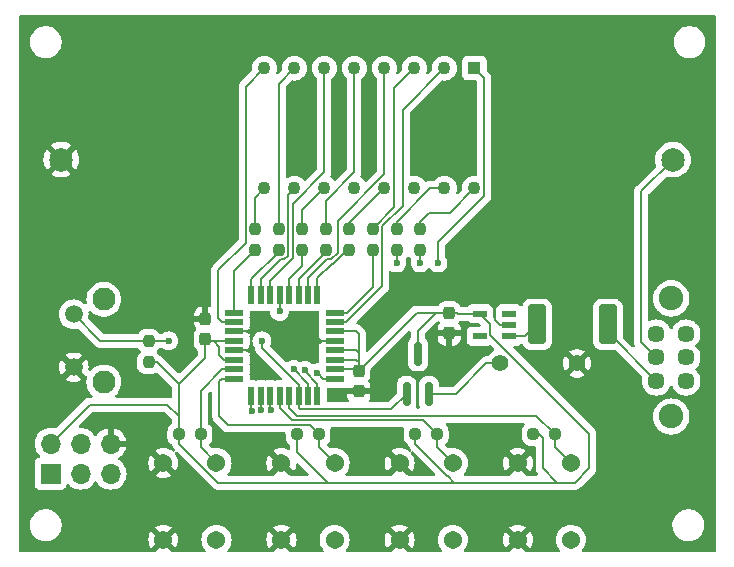
<source format=gtl>
G04 #@! TF.GenerationSoftware,KiCad,Pcbnew,8.0.0*
G04 #@! TF.CreationDate,2024-09-20T11:38:47+02:00*
G04 #@! TF.ProjectId,counter-timer,636f756e-7465-4722-9d74-696d65722e6b,rev?*
G04 #@! TF.SameCoordinates,Original*
G04 #@! TF.FileFunction,Copper,L1,Top*
G04 #@! TF.FilePolarity,Positive*
%FSLAX46Y46*%
G04 Gerber Fmt 4.6, Leading zero omitted, Abs format (unit mm)*
G04 Created by KiCad (PCBNEW 8.0.0) date 2024-09-20 11:38:47*
%MOMM*%
%LPD*%
G01*
G04 APERTURE LIST*
G04 Aperture macros list*
%AMRoundRect*
0 Rectangle with rounded corners*
0 $1 Rounding radius*
0 $2 $3 $4 $5 $6 $7 $8 $9 X,Y pos of 4 corners*
0 Add a 4 corners polygon primitive as box body*
4,1,4,$2,$3,$4,$5,$6,$7,$8,$9,$2,$3,0*
0 Add four circle primitives for the rounded corners*
1,1,$1+$1,$2,$3*
1,1,$1+$1,$4,$5*
1,1,$1+$1,$6,$7*
1,1,$1+$1,$8,$9*
0 Add four rect primitives between the rounded corners*
20,1,$1+$1,$2,$3,$4,$5,0*
20,1,$1+$1,$4,$5,$6,$7,0*
20,1,$1+$1,$6,$7,$8,$9,0*
20,1,$1+$1,$8,$9,$2,$3,0*%
G04 Aperture macros list end*
G04 #@! TA.AperFunction,ComponentPad*
%ADD10C,1.447000*%
G04 #@! TD*
G04 #@! TA.AperFunction,ComponentPad*
%ADD11C,2.070000*%
G04 #@! TD*
G04 #@! TA.AperFunction,ComponentPad*
%ADD12C,1.500000*%
G04 #@! TD*
G04 #@! TA.AperFunction,ComponentPad*
%ADD13C,1.950000*%
G04 #@! TD*
G04 #@! TA.AperFunction,ComponentPad*
%ADD14C,1.540000*%
G04 #@! TD*
G04 #@! TA.AperFunction,SMDPad,CuDef*
%ADD15RoundRect,0.162500X0.162500X-0.837500X0.162500X0.837500X-0.162500X0.837500X-0.162500X-0.837500X0*%
G04 #@! TD*
G04 #@! TA.AperFunction,SMDPad,CuDef*
%ADD16R,1.200000X0.600000*%
G04 #@! TD*
G04 #@! TA.AperFunction,ComponentPad*
%ADD17C,1.400000*%
G04 #@! TD*
G04 #@! TA.AperFunction,ComponentPad*
%ADD18R,1.100000X1.100000*%
G04 #@! TD*
G04 #@! TA.AperFunction,ComponentPad*
%ADD19C,1.100000*%
G04 #@! TD*
G04 #@! TA.AperFunction,SMDPad,CuDef*
%ADD20RoundRect,0.237500X0.237500X-0.300000X0.237500X0.300000X-0.237500X0.300000X-0.237500X-0.300000X0*%
G04 #@! TD*
G04 #@! TA.AperFunction,SMDPad,CuDef*
%ADD21R,1.600000X0.550000*%
G04 #@! TD*
G04 #@! TA.AperFunction,SMDPad,CuDef*
%ADD22R,0.550000X1.600000*%
G04 #@! TD*
G04 #@! TA.AperFunction,ComponentPad*
%ADD23R,1.700000X1.700000*%
G04 #@! TD*
G04 #@! TA.AperFunction,ComponentPad*
%ADD24O,1.700000X1.700000*%
G04 #@! TD*
G04 #@! TA.AperFunction,SMDPad,CuDef*
%ADD25RoundRect,0.237500X-0.250000X-0.237500X0.250000X-0.237500X0.250000X0.237500X-0.250000X0.237500X0*%
G04 #@! TD*
G04 #@! TA.AperFunction,SMDPad,CuDef*
%ADD26RoundRect,0.237500X0.237500X-0.250000X0.237500X0.250000X-0.237500X0.250000X-0.237500X-0.250000X0*%
G04 #@! TD*
G04 #@! TA.AperFunction,SMDPad,CuDef*
%ADD27RoundRect,0.237500X-0.237500X0.300000X-0.237500X-0.300000X0.237500X-0.300000X0.237500X0.300000X0*%
G04 #@! TD*
G04 #@! TA.AperFunction,SMDPad,CuDef*
%ADD28RoundRect,0.249999X0.512501X1.425001X-0.512501X1.425001X-0.512501X-1.425001X0.512501X-1.425001X0*%
G04 #@! TD*
G04 #@! TA.AperFunction,ComponentPad*
%ADD29C,1.995000*%
G04 #@! TD*
G04 #@! TA.AperFunction,ViaPad*
%ADD30C,0.600000*%
G04 #@! TD*
G04 #@! TA.AperFunction,Conductor*
%ADD31C,0.200000*%
G04 #@! TD*
G04 APERTURE END LIST*
D10*
X98000000Y-55000000D03*
X98000000Y-53000000D03*
X98000000Y-51000000D03*
X100500000Y-55000000D03*
X100500000Y-53000000D03*
X100500000Y-51000000D03*
D11*
X99250000Y-58000000D03*
X99250000Y-48000000D03*
D12*
X48662500Y-49337500D03*
X48662500Y-53837500D03*
D13*
X51212500Y-48087500D03*
X51212500Y-55087500D03*
D14*
X90750000Y-61940000D03*
X90750000Y-68440000D03*
X86250000Y-61940000D03*
X86250000Y-68440000D03*
X80750000Y-61940000D03*
X80750000Y-68440000D03*
X76250000Y-61940000D03*
X76250000Y-68440000D03*
X70750000Y-61940000D03*
X70750000Y-68440000D03*
X66250000Y-61940000D03*
X66250000Y-68440000D03*
X60750000Y-61940000D03*
X60750000Y-68440000D03*
X56250000Y-61940000D03*
X56250000Y-68440000D03*
D15*
X76847500Y-56102500D03*
X78747500Y-56102500D03*
X77797500Y-52682500D03*
D16*
X85537500Y-51195000D03*
X85537500Y-50245000D03*
X85537500Y-49295000D03*
X83037500Y-49295000D03*
X83037500Y-51195000D03*
D17*
X84775000Y-53500000D03*
X91275000Y-53500000D03*
D18*
X82580000Y-28500000D03*
D19*
X80040000Y-28500000D03*
X77500000Y-28500000D03*
X74960000Y-28500000D03*
X72420000Y-28500000D03*
X69880000Y-28500000D03*
X67340000Y-28500000D03*
X64800000Y-28500000D03*
X64800000Y-38660000D03*
X67340000Y-38660000D03*
X69880000Y-38660000D03*
X72420000Y-38660000D03*
X74960000Y-38660000D03*
X77500000Y-38660000D03*
X80040000Y-38660000D03*
X82580000Y-38660000D03*
D20*
X59800000Y-51462500D03*
X59800000Y-49737500D03*
D21*
X62250000Y-49200000D03*
X62250000Y-50000000D03*
X62250000Y-50800000D03*
X62250000Y-51600000D03*
X62250000Y-52400000D03*
X62250000Y-53200000D03*
X62250000Y-54000000D03*
X62250000Y-54800000D03*
D22*
X63700000Y-56250000D03*
X64500000Y-56250000D03*
X65300000Y-56250000D03*
X66100000Y-56250000D03*
X66900000Y-56250000D03*
X67700000Y-56250000D03*
X68500000Y-56250000D03*
X69300000Y-56250000D03*
D21*
X70750000Y-54800000D03*
X70750000Y-54000000D03*
X70750000Y-53200000D03*
X70750000Y-52400000D03*
X70750000Y-51600000D03*
X70750000Y-50800000D03*
X70750000Y-50000000D03*
X70750000Y-49200000D03*
D22*
X69300000Y-47750000D03*
X68500000Y-47750000D03*
X67700000Y-47750000D03*
X66900000Y-47750000D03*
X66100000Y-47750000D03*
X65300000Y-47750000D03*
X64500000Y-47750000D03*
X63700000Y-47750000D03*
D23*
X46700000Y-62840000D03*
D24*
X46700000Y-60300000D03*
X49240000Y-62840000D03*
X49240000Y-60300000D03*
X51780000Y-62840000D03*
X51780000Y-60300000D03*
D25*
X77587500Y-59500000D03*
X79412500Y-59500000D03*
X87587500Y-59500000D03*
X89412500Y-59500000D03*
X57587500Y-59500000D03*
X59412500Y-59500000D03*
D26*
X72000000Y-43912500D03*
X72000000Y-42087500D03*
D25*
X67587500Y-59500000D03*
X69412500Y-59500000D03*
D26*
X78000000Y-43912500D03*
X78000000Y-42087500D03*
X66000000Y-43912500D03*
X66000000Y-42087500D03*
X68000000Y-43912500D03*
X68000000Y-42087500D03*
D27*
X80450000Y-49237500D03*
X80450000Y-50962500D03*
D26*
X64000000Y-43912500D03*
X64000000Y-42087500D03*
X76000000Y-43912500D03*
X76000000Y-42087500D03*
D27*
X72800000Y-54137500D03*
X72800000Y-55862500D03*
D26*
X55000000Y-53412500D03*
X55000000Y-51587500D03*
X74000000Y-43912500D03*
X74000000Y-42087500D03*
X70000000Y-43912500D03*
X70000000Y-42087500D03*
D28*
X93875000Y-50200000D03*
X87900000Y-50200000D03*
D29*
X99400000Y-36250000D03*
X47600000Y-36250000D03*
D30*
X74400000Y-55800000D03*
X80400000Y-47200000D03*
X68000000Y-51600000D03*
X84300000Y-48400000D03*
X58000000Y-49700000D03*
X80400000Y-52700000D03*
X68215591Y-54084409D03*
X66100000Y-49100000D03*
X79500000Y-45000000D03*
X63725118Y-57512724D03*
X67291326Y-54008674D03*
X69289856Y-54310144D03*
X64600000Y-51600000D03*
X56700000Y-51600000D03*
X64524265Y-57475735D03*
X78000000Y-45000000D03*
X76000000Y-45000000D03*
X65355541Y-57458481D03*
D31*
X83600000Y-53500000D02*
X84775000Y-53500000D01*
X80997500Y-56102500D02*
X83600000Y-53500000D01*
X78747500Y-56102500D02*
X80997500Y-56102500D01*
X77797500Y-50740000D02*
X79300000Y-49237500D01*
X77797500Y-52682500D02*
X77797500Y-50740000D01*
X79300000Y-49237500D02*
X77700000Y-49237500D01*
X80450000Y-49237500D02*
X79300000Y-49237500D01*
X67850000Y-57400000D02*
X75550000Y-57400000D01*
X75550000Y-57400000D02*
X76847500Y-56102500D01*
X67700000Y-57250000D02*
X67850000Y-57400000D01*
X67700000Y-56250000D02*
X67700000Y-57250000D01*
X83430000Y-29350000D02*
X82580000Y-28500000D01*
X79500000Y-45000000D02*
X79500000Y-43250000D01*
X79500000Y-43250000D02*
X83430000Y-39320000D01*
X83430000Y-39320000D02*
X83430000Y-29350000D01*
X65300000Y-47750000D02*
X65300000Y-46490686D01*
X67225000Y-39977082D02*
X69880000Y-37322082D01*
X65300000Y-46490686D02*
X67225000Y-44565685D01*
X67225000Y-44565685D02*
X67225000Y-39977082D01*
X69880000Y-37322082D02*
X69880000Y-28500000D01*
X70000000Y-42087500D02*
X70000000Y-39742082D01*
X72420000Y-37322082D02*
X72420000Y-28500000D01*
X70000000Y-39742082D02*
X72420000Y-37322082D01*
X74000000Y-42087500D02*
X75810000Y-40277500D01*
X75810000Y-30190000D02*
X77500000Y-28500000D01*
X75810000Y-40277500D02*
X75810000Y-30190000D01*
X63700000Y-50800000D02*
X63900000Y-50600000D01*
X63900000Y-50600000D02*
X65500000Y-50600000D01*
X66500000Y-51600000D02*
X68000000Y-51600000D01*
X84300000Y-48400000D02*
X84300000Y-49807500D01*
X68000000Y-51600000D02*
X70750000Y-51600000D01*
X63700000Y-52400000D02*
X63700000Y-50800000D01*
X84737500Y-50245000D02*
X85537500Y-50245000D01*
X62250000Y-52400000D02*
X63700000Y-52400000D01*
X62250000Y-50800000D02*
X63700000Y-50800000D01*
X84300000Y-49807500D02*
X84737500Y-50245000D01*
X65500000Y-50600000D02*
X66500000Y-51600000D01*
X96700000Y-38950000D02*
X96700000Y-51700000D01*
X96700000Y-51700000D02*
X98000000Y-53000000D01*
X99400000Y-36250000D02*
X96700000Y-38950000D01*
X77587500Y-60290709D02*
X80306791Y-63010000D01*
X72600000Y-53200000D02*
X72800000Y-53400000D01*
X56587500Y-57000000D02*
X57587500Y-58000000D01*
X59800000Y-53050000D02*
X59800000Y-51462500D01*
X72800000Y-51000000D02*
X72800000Y-52900000D01*
X60896791Y-63600000D02*
X70200000Y-63600000D01*
X59937500Y-51600000D02*
X59800000Y-51462500D01*
X70750000Y-54000000D02*
X72662500Y-54000000D01*
X72800000Y-52600000D02*
X72800000Y-52900000D01*
X61400000Y-53200000D02*
X61000000Y-52800000D01*
X61000000Y-52800000D02*
X61000000Y-52100000D01*
X57587500Y-59500000D02*
X57587500Y-58000000D01*
X88400000Y-59812500D02*
X88400000Y-62400000D01*
X72662500Y-54000000D02*
X72800000Y-54137500D01*
X70750000Y-52400000D02*
X72600000Y-52400000D01*
X62250000Y-53200000D02*
X61400000Y-53200000D01*
X88400000Y-62400000D02*
X89600000Y-63600000D01*
X77587500Y-59500000D02*
X77587500Y-60290709D01*
X91103209Y-63600000D02*
X92320000Y-62383209D01*
X57587500Y-59500000D02*
X57587500Y-60290709D01*
X88087500Y-59500000D02*
X88400000Y-59812500D01*
X80900000Y-63600000D02*
X89600000Y-63600000D01*
X61000000Y-52100000D02*
X60500000Y-51600000D01*
X69600000Y-63010000D02*
X69610000Y-63010000D01*
X83937500Y-51095000D02*
X83937500Y-50195000D01*
X80306791Y-63010000D02*
X80310000Y-63010000D01*
X57587500Y-60290709D02*
X60896791Y-63600000D01*
X57587500Y-55262500D02*
X55737500Y-53412500D01*
X69610000Y-63010000D02*
X70200000Y-63600000D01*
X89600000Y-63600000D02*
X91103209Y-63600000D01*
X72600000Y-52400000D02*
X72800000Y-52600000D01*
X57587500Y-58000000D02*
X57587500Y-55262500D01*
X72800000Y-52900000D02*
X72800000Y-54137500D01*
X56587500Y-57000000D02*
X50000000Y-57000000D01*
X80450000Y-49237500D02*
X81150000Y-49237500D01*
X57587500Y-55262500D02*
X59800000Y-53050000D01*
X67587500Y-60997500D02*
X69600000Y-63010000D01*
X70750000Y-53200000D02*
X72600000Y-53200000D01*
X92320000Y-59477500D02*
X83937500Y-51095000D01*
X75418750Y-51518750D02*
X72800000Y-54137500D01*
X67587500Y-59500000D02*
X67587500Y-60997500D01*
X72600000Y-50800000D02*
X72800000Y-51000000D01*
X77700000Y-49237500D02*
X75418750Y-51518750D01*
X70200000Y-63600000D02*
X80900000Y-63600000D01*
X81150000Y-49237500D02*
X81207500Y-49295000D01*
X50000000Y-57000000D02*
X46700000Y-60300000D01*
X60500000Y-51600000D02*
X59937500Y-51600000D01*
X55737500Y-53412500D02*
X55000000Y-53412500D01*
X80310000Y-63010000D02*
X80900000Y-63600000D01*
X92320000Y-62383209D02*
X92320000Y-59477500D01*
X81207500Y-49295000D02*
X83037500Y-49295000D01*
X83937500Y-50195000D02*
X83037500Y-49295000D01*
X62250000Y-51600000D02*
X60500000Y-51600000D01*
X70750000Y-50800000D02*
X72600000Y-50800000D01*
X68215591Y-54165591D02*
X69300000Y-55250000D01*
X68215591Y-54084409D02*
X68215591Y-54165591D01*
X69300000Y-55250000D02*
X69300000Y-56250000D01*
X66100000Y-49100000D02*
X66100000Y-47750000D01*
X63700000Y-57487606D02*
X63725118Y-57512724D01*
X63700000Y-56250000D02*
X63700000Y-57487606D01*
X67291326Y-54008674D02*
X68500000Y-55217348D01*
X68500000Y-55217348D02*
X68500000Y-56250000D01*
X87900000Y-50200000D02*
X86905000Y-51195000D01*
X86905000Y-51195000D02*
X85537500Y-51195000D01*
X66000000Y-29840000D02*
X67340000Y-28500000D01*
X66000000Y-42087500D02*
X66000000Y-29840000D01*
X78000000Y-41500000D02*
X78750000Y-40750000D01*
X78750000Y-40750000D02*
X80490000Y-40750000D01*
X78000000Y-42087500D02*
X78000000Y-41500000D01*
X80490000Y-40750000D02*
X82580000Y-38660000D01*
X76000000Y-41500000D02*
X78840000Y-38660000D01*
X78840000Y-38660000D02*
X80040000Y-38660000D01*
X76000000Y-42087500D02*
X76000000Y-41500000D01*
X64000000Y-42087500D02*
X64000000Y-39460000D01*
X64000000Y-39460000D02*
X64800000Y-38660000D01*
X72000000Y-42087500D02*
X72000000Y-41620000D01*
X72000000Y-41620000D02*
X74960000Y-38660000D01*
X68000000Y-42087500D02*
X68000000Y-40540000D01*
X68000000Y-40540000D02*
X69880000Y-38660000D01*
X64500000Y-46400000D02*
X66200000Y-44700000D01*
X66466722Y-44700000D02*
X66775000Y-44391722D01*
X66200000Y-44700000D02*
X66466722Y-44700000D01*
X64500000Y-47750000D02*
X64500000Y-46400000D01*
X66775000Y-39225000D02*
X67340000Y-38660000D01*
X66775000Y-44391722D02*
X66775000Y-39225000D01*
X76500000Y-40153186D02*
X74775000Y-41878186D01*
X71750000Y-50000000D02*
X70750000Y-50000000D01*
X74775000Y-41878186D02*
X74775000Y-46975000D01*
X76500000Y-32040000D02*
X76500000Y-40153186D01*
X80040000Y-28500000D02*
X76500000Y-32040000D01*
X74775000Y-46975000D02*
X71750000Y-50000000D01*
X71000000Y-41417918D02*
X74960000Y-37457918D01*
X68500000Y-47750000D02*
X68500000Y-46300000D01*
X70466722Y-44700000D02*
X71000000Y-44166722D01*
X68500000Y-46300000D02*
X70100000Y-44700000D01*
X74960000Y-37457918D02*
X74960000Y-28500000D01*
X71000000Y-44166722D02*
X71000000Y-41417918D01*
X70100000Y-44700000D02*
X70466722Y-44700000D01*
X60900000Y-45600000D02*
X63225000Y-43275000D01*
X60900000Y-49650000D02*
X60900000Y-45600000D01*
X63225000Y-43275000D02*
X63225000Y-30075000D01*
X62250000Y-50000000D02*
X61250000Y-50000000D01*
X61250000Y-50000000D02*
X60900000Y-49650000D01*
X63225000Y-30075000D02*
X64800000Y-28500000D01*
X69289856Y-54310144D02*
X69310144Y-54310144D01*
X69310144Y-54310144D02*
X69800000Y-54800000D01*
X69800000Y-54800000D02*
X70750000Y-54800000D01*
X93875000Y-50200000D02*
X93875000Y-50875000D01*
X93875000Y-50875000D02*
X98000000Y-55000000D01*
X55012500Y-51600000D02*
X55000000Y-51587500D01*
X64600000Y-52200000D02*
X67700000Y-55300000D01*
X50912500Y-51587500D02*
X48662500Y-49337500D01*
X64600000Y-51600000D02*
X64600000Y-52200000D01*
X56700000Y-51600000D02*
X55012500Y-51600000D01*
X55000000Y-51587500D02*
X50912500Y-51587500D01*
X67700000Y-55300000D02*
X67700000Y-56250000D01*
X61250000Y-54000000D02*
X59412500Y-55837500D01*
X59412500Y-60602500D02*
X60750000Y-61940000D01*
X62250000Y-54000000D02*
X61250000Y-54000000D01*
X59412500Y-59500000D02*
X59412500Y-60602500D01*
X59412500Y-55837500D02*
X59412500Y-59500000D01*
X61725000Y-58725000D02*
X68637500Y-58725000D01*
X61000000Y-58000000D02*
X61725000Y-58725000D01*
X62250000Y-54800000D02*
X61200000Y-54800000D01*
X61000000Y-55000000D02*
X61000000Y-58000000D01*
X61200000Y-54800000D02*
X61000000Y-55000000D01*
X69412500Y-60602500D02*
X70750000Y-61940000D01*
X68637500Y-58725000D02*
X69412500Y-59500000D01*
X69412500Y-59500000D02*
X69412500Y-60602500D01*
X66100000Y-56250000D02*
X66100000Y-57250000D01*
X79412500Y-59500000D02*
X79412500Y-60602500D01*
X78237500Y-58325000D02*
X79412500Y-59500000D01*
X67175000Y-58325000D02*
X78237500Y-58325000D01*
X79412500Y-60602500D02*
X80750000Y-61940000D01*
X66100000Y-57250000D02*
X67175000Y-58325000D01*
X89412500Y-60602500D02*
X90750000Y-61940000D01*
X67575000Y-57925000D02*
X87837500Y-57925000D01*
X89412500Y-59500000D02*
X89412500Y-60602500D01*
X87837500Y-57925000D02*
X89412500Y-59500000D01*
X66900000Y-56250000D02*
X66900000Y-57250000D01*
X66900000Y-57250000D02*
X67575000Y-57925000D01*
X63700000Y-46387500D02*
X66000000Y-44087500D01*
X63700000Y-47750000D02*
X63700000Y-46387500D01*
X66000000Y-44087500D02*
X66000000Y-43912500D01*
X67700000Y-46400000D02*
X70000000Y-44100000D01*
X70000000Y-44100000D02*
X70000000Y-43912500D01*
X67700000Y-47750000D02*
X67700000Y-46400000D01*
X66900000Y-47750000D02*
X66900000Y-46400000D01*
X66900000Y-46400000D02*
X68000000Y-45300000D01*
X68000000Y-45300000D02*
X68000000Y-43912500D01*
X69300000Y-46300000D02*
X70500000Y-45100000D01*
X71819908Y-43912500D02*
X72000000Y-43912500D01*
X69300000Y-47750000D02*
X69300000Y-46300000D01*
X70500000Y-45100000D02*
X70632408Y-45100000D01*
X70632408Y-45100000D02*
X71819908Y-43912500D01*
X74000000Y-47000000D02*
X71800000Y-49200000D01*
X74000000Y-43912500D02*
X74000000Y-47000000D01*
X71800000Y-49200000D02*
X70750000Y-49200000D01*
X62250000Y-49200000D02*
X62250000Y-45662500D01*
X62250000Y-45662500D02*
X64000000Y-43912500D01*
X64500000Y-56250000D02*
X64500000Y-57451470D01*
X78000000Y-43912500D02*
X78000000Y-45000000D01*
X64500000Y-57451470D02*
X64524265Y-57475735D01*
X76000000Y-45000000D02*
X76000000Y-43912500D01*
X65300000Y-56250000D02*
X65300000Y-57402940D01*
X65300000Y-57402940D02*
X65355541Y-57458481D01*
G04 #@! TA.AperFunction,Conductor*
G36*
X60318834Y-55882915D02*
G01*
X60374767Y-55924787D01*
X60399184Y-55990251D01*
X60399500Y-55999097D01*
X60399500Y-57913330D01*
X60399499Y-57913348D01*
X60399499Y-58079054D01*
X60399498Y-58079054D01*
X60440423Y-58231785D01*
X60457350Y-58261103D01*
X60457349Y-58261103D01*
X60457350Y-58261104D01*
X60519475Y-58368709D01*
X60519481Y-58368717D01*
X60638349Y-58487585D01*
X60638355Y-58487590D01*
X61240139Y-59089374D01*
X61240149Y-59089385D01*
X61244479Y-59093715D01*
X61244480Y-59093716D01*
X61356284Y-59205520D01*
X61425906Y-59245716D01*
X61493215Y-59284577D01*
X61645943Y-59325501D01*
X61645946Y-59325501D01*
X61811653Y-59325501D01*
X61811669Y-59325500D01*
X66475500Y-59325500D01*
X66542539Y-59345185D01*
X66588294Y-59397989D01*
X66599500Y-59449500D01*
X66599500Y-59786668D01*
X66599501Y-59786687D01*
X66609825Y-59887752D01*
X66613851Y-59899901D01*
X66663589Y-60049999D01*
X66664092Y-60051515D01*
X66664093Y-60051518D01*
X66698319Y-60107007D01*
X66754660Y-60198350D01*
X66876650Y-60320340D01*
X66928097Y-60352072D01*
X66974821Y-60404017D01*
X66987000Y-60457610D01*
X66987000Y-60687738D01*
X66967315Y-60754777D01*
X66914511Y-60800532D01*
X66845353Y-60810476D01*
X66810595Y-60800120D01*
X66686026Y-60742033D01*
X66686017Y-60742029D01*
X66471381Y-60684518D01*
X66471371Y-60684516D01*
X66250001Y-60665149D01*
X66249999Y-60665149D01*
X66028628Y-60684516D01*
X66028618Y-60684518D01*
X65813982Y-60742029D01*
X65813973Y-60742032D01*
X65612576Y-60835946D01*
X65612574Y-60835947D01*
X65546068Y-60882515D01*
X65546067Y-60882515D01*
X66124672Y-61461119D01*
X66058937Y-61478734D01*
X65946063Y-61543902D01*
X65853902Y-61636063D01*
X65788734Y-61748937D01*
X65771120Y-61814672D01*
X65192515Y-61236067D01*
X65192515Y-61236068D01*
X65145947Y-61302574D01*
X65145946Y-61302576D01*
X65052032Y-61503973D01*
X65052029Y-61503982D01*
X64994518Y-61718618D01*
X64994516Y-61718628D01*
X64975149Y-61939999D01*
X64975149Y-61940000D01*
X64994516Y-62161371D01*
X64994518Y-62161381D01*
X65052029Y-62376017D01*
X65052033Y-62376026D01*
X65145949Y-62577429D01*
X65192513Y-62643931D01*
X65192514Y-62643932D01*
X65771119Y-62065327D01*
X65788734Y-62131063D01*
X65853902Y-62243937D01*
X65946063Y-62336098D01*
X66058937Y-62401266D01*
X66124672Y-62418880D01*
X65580371Y-62963181D01*
X65519048Y-62996666D01*
X65492690Y-62999500D01*
X61786620Y-62999500D01*
X61719581Y-62979815D01*
X61673826Y-62927011D01*
X61663882Y-62857853D01*
X61692907Y-62794297D01*
X61698939Y-62787819D01*
X61726977Y-62759781D01*
X61854488Y-62577677D01*
X61948440Y-62376196D01*
X62005978Y-62161463D01*
X62025353Y-61940000D01*
X62023903Y-61923430D01*
X62016578Y-61839702D01*
X62005978Y-61718537D01*
X61948440Y-61503804D01*
X61854488Y-61302324D01*
X61854486Y-61302321D01*
X61854485Y-61302319D01*
X61726978Y-61120220D01*
X61682959Y-61076201D01*
X61569781Y-60963023D01*
X61422042Y-60859575D01*
X61387676Y-60835511D01*
X61286936Y-60788536D01*
X61186196Y-60741560D01*
X61186193Y-60741559D01*
X61186191Y-60741558D01*
X60971465Y-60684022D01*
X60971457Y-60684021D01*
X60750002Y-60664647D01*
X60749998Y-60664647D01*
X60602358Y-60677563D01*
X60528537Y-60684022D01*
X60528534Y-60684022D01*
X60451562Y-60704647D01*
X60381712Y-60702984D01*
X60331788Y-60672553D01*
X60139143Y-60479908D01*
X60105658Y-60418585D01*
X60110642Y-60348893D01*
X60139139Y-60304550D01*
X60245340Y-60198350D01*
X60335908Y-60051516D01*
X60390174Y-59887753D01*
X60400500Y-59786677D01*
X60400499Y-59213324D01*
X60391575Y-59125967D01*
X60390174Y-59112247D01*
X60382598Y-59089385D01*
X60335908Y-58948484D01*
X60245340Y-58801650D01*
X60123350Y-58679660D01*
X60123349Y-58679659D01*
X60071902Y-58647926D01*
X60025178Y-58595978D01*
X60013000Y-58542388D01*
X60013000Y-56137597D01*
X60032685Y-56070558D01*
X60049319Y-56049916D01*
X60187819Y-55911416D01*
X60249142Y-55877931D01*
X60318834Y-55882915D01*
G37*
G04 #@! TD.AperFunction*
G04 #@! TA.AperFunction,Conductor*
G36*
X67725426Y-61984662D02*
G01*
X68528583Y-62787819D01*
X68562068Y-62849142D01*
X68557084Y-62918834D01*
X68515212Y-62974767D01*
X68449748Y-62999184D01*
X68440902Y-62999500D01*
X67007310Y-62999500D01*
X66940271Y-62979815D01*
X66919629Y-62963181D01*
X66375327Y-62418880D01*
X66441063Y-62401266D01*
X66553937Y-62336098D01*
X66646098Y-62243937D01*
X66711266Y-62131063D01*
X66728880Y-62065327D01*
X67307484Y-62643932D01*
X67354052Y-62577425D01*
X67447966Y-62376026D01*
X67447970Y-62376017D01*
X67505481Y-62161381D01*
X67505483Y-62161370D01*
X67514217Y-62061537D01*
X67539669Y-61996468D01*
X67596259Y-61955489D01*
X67666021Y-61951610D01*
X67725426Y-61984662D01*
G37*
G04 #@! TD.AperFunction*
G04 #@! TA.AperFunction,Conductor*
G36*
X76567027Y-58945185D02*
G01*
X76612782Y-58997989D01*
X76622726Y-59067147D01*
X76617694Y-59088500D01*
X76617402Y-59089385D01*
X76609826Y-59112247D01*
X76609825Y-59112248D01*
X76599500Y-59213315D01*
X76599500Y-59786669D01*
X76599501Y-59786687D01*
X76609825Y-59887752D01*
X76613851Y-59899901D01*
X76663589Y-60049999D01*
X76664092Y-60051515D01*
X76664093Y-60051518D01*
X76754661Y-60198351D01*
X76876649Y-60320339D01*
X76876653Y-60320342D01*
X76951053Y-60366233D01*
X76997778Y-60418181D01*
X77005730Y-60439675D01*
X77027921Y-60522489D01*
X77027924Y-60522497D01*
X77035376Y-60535404D01*
X77035379Y-60535408D01*
X77106977Y-60659421D01*
X77106981Y-60659426D01*
X77206392Y-60758837D01*
X77239877Y-60820160D01*
X77234893Y-60889852D01*
X77193021Y-60945785D01*
X77127557Y-60970202D01*
X77059284Y-60955350D01*
X77047588Y-60948093D01*
X76887430Y-60835949D01*
X76887426Y-60835947D01*
X76686026Y-60742033D01*
X76686017Y-60742029D01*
X76471381Y-60684518D01*
X76471371Y-60684516D01*
X76250001Y-60665149D01*
X76249999Y-60665149D01*
X76028628Y-60684516D01*
X76028618Y-60684518D01*
X75813982Y-60742029D01*
X75813973Y-60742032D01*
X75612576Y-60835946D01*
X75612574Y-60835947D01*
X75546068Y-60882515D01*
X75546067Y-60882515D01*
X76124672Y-61461119D01*
X76058937Y-61478734D01*
X75946063Y-61543902D01*
X75853902Y-61636063D01*
X75788734Y-61748937D01*
X75771120Y-61814672D01*
X75192515Y-61236067D01*
X75192515Y-61236068D01*
X75145947Y-61302574D01*
X75145946Y-61302576D01*
X75052032Y-61503973D01*
X75052029Y-61503982D01*
X74994518Y-61718618D01*
X74994516Y-61718628D01*
X74975149Y-61939999D01*
X74975149Y-61940000D01*
X74994516Y-62161371D01*
X74994518Y-62161381D01*
X75052029Y-62376017D01*
X75052033Y-62376026D01*
X75145949Y-62577429D01*
X75192513Y-62643931D01*
X75192514Y-62643932D01*
X75771119Y-62065327D01*
X75788734Y-62131063D01*
X75853902Y-62243937D01*
X75946063Y-62336098D01*
X76058937Y-62401266D01*
X76124672Y-62418880D01*
X75580371Y-62963181D01*
X75519048Y-62996666D01*
X75492690Y-62999500D01*
X71786620Y-62999500D01*
X71719581Y-62979815D01*
X71673826Y-62927011D01*
X71663882Y-62857853D01*
X71692907Y-62794297D01*
X71698939Y-62787819D01*
X71726977Y-62759781D01*
X71854488Y-62577677D01*
X71948440Y-62376196D01*
X72005978Y-62161463D01*
X72025353Y-61940000D01*
X72023903Y-61923430D01*
X72016578Y-61839702D01*
X72005978Y-61718537D01*
X71948440Y-61503804D01*
X71854488Y-61302324D01*
X71854486Y-61302321D01*
X71854485Y-61302319D01*
X71726978Y-61120220D01*
X71682959Y-61076201D01*
X71569781Y-60963023D01*
X71422042Y-60859575D01*
X71387676Y-60835511D01*
X71286936Y-60788536D01*
X71186196Y-60741560D01*
X71186193Y-60741559D01*
X71186191Y-60741558D01*
X70971465Y-60684022D01*
X70971457Y-60684021D01*
X70750002Y-60664647D01*
X70749998Y-60664647D01*
X70602358Y-60677563D01*
X70528537Y-60684022D01*
X70528534Y-60684022D01*
X70451562Y-60704647D01*
X70381712Y-60702984D01*
X70331788Y-60672553D01*
X70139143Y-60479908D01*
X70105658Y-60418585D01*
X70110642Y-60348893D01*
X70139139Y-60304550D01*
X70245340Y-60198350D01*
X70335908Y-60051516D01*
X70390174Y-59887753D01*
X70400500Y-59786677D01*
X70400499Y-59213324D01*
X70391575Y-59125967D01*
X70390174Y-59112247D01*
X70390172Y-59112240D01*
X70382307Y-59088503D01*
X70379906Y-59018674D01*
X70415638Y-58958633D01*
X70478159Y-58927441D01*
X70500013Y-58925500D01*
X76499988Y-58925500D01*
X76567027Y-58945185D01*
G37*
G04 #@! TD.AperFunction*
G04 #@! TA.AperFunction,Conductor*
G36*
X77420901Y-60974425D02*
G01*
X77431159Y-60983603D01*
X79235375Y-62787819D01*
X79268860Y-62849142D01*
X79263876Y-62918834D01*
X79222004Y-62974767D01*
X79156540Y-62999184D01*
X79147694Y-62999500D01*
X77007310Y-62999500D01*
X76940271Y-62979815D01*
X76919629Y-62963181D01*
X76375327Y-62418880D01*
X76441063Y-62401266D01*
X76553937Y-62336098D01*
X76646098Y-62243937D01*
X76711266Y-62131063D01*
X76728880Y-62065327D01*
X77307484Y-62643932D01*
X77354052Y-62577425D01*
X77447966Y-62376026D01*
X77447970Y-62376017D01*
X77505481Y-62161381D01*
X77505483Y-62161371D01*
X77524851Y-61940000D01*
X77524851Y-61939999D01*
X77505483Y-61718628D01*
X77505481Y-61718618D01*
X77447970Y-61503982D01*
X77447967Y-61503973D01*
X77354053Y-61302576D01*
X77354052Y-61302574D01*
X77241903Y-61142407D01*
X77219576Y-61076201D01*
X77236586Y-61008433D01*
X77287535Y-60960621D01*
X77356244Y-60947943D01*
X77420901Y-60974425D01*
G37*
G04 #@! TD.AperFunction*
G04 #@! TA.AperFunction,Conductor*
G36*
X86798487Y-58545185D02*
G01*
X86844242Y-58597989D01*
X86854186Y-58667147D01*
X86825161Y-58730703D01*
X86819129Y-58737181D01*
X86754661Y-58801648D01*
X86664093Y-58948481D01*
X86664091Y-58948486D01*
X86647244Y-58999327D01*
X86609826Y-59112247D01*
X86609826Y-59112248D01*
X86609825Y-59112248D01*
X86599500Y-59213315D01*
X86599500Y-59786669D01*
X86599501Y-59786687D01*
X86609825Y-59887752D01*
X86613851Y-59899901D01*
X86663589Y-60049999D01*
X86664092Y-60051515D01*
X86664093Y-60051518D01*
X86698319Y-60107007D01*
X86754660Y-60198350D01*
X86876650Y-60320340D01*
X87023484Y-60410908D01*
X87187247Y-60465174D01*
X87288323Y-60475500D01*
X87675500Y-60475499D01*
X87742539Y-60495183D01*
X87788294Y-60547987D01*
X87799500Y-60599499D01*
X87799500Y-62313330D01*
X87799499Y-62313348D01*
X87799499Y-62479054D01*
X87799498Y-62479054D01*
X87840423Y-62631785D01*
X87869358Y-62681900D01*
X87869359Y-62681904D01*
X87869360Y-62681904D01*
X87914321Y-62759781D01*
X87919479Y-62768714D01*
X87919481Y-62768717D01*
X87938583Y-62787819D01*
X87972068Y-62849142D01*
X87967084Y-62918834D01*
X87925212Y-62974767D01*
X87859748Y-62999184D01*
X87850902Y-62999500D01*
X87007310Y-62999500D01*
X86940271Y-62979815D01*
X86919629Y-62963181D01*
X86375327Y-62418880D01*
X86441063Y-62401266D01*
X86553937Y-62336098D01*
X86646098Y-62243937D01*
X86711266Y-62131063D01*
X86728880Y-62065327D01*
X87307484Y-62643932D01*
X87354052Y-62577425D01*
X87447966Y-62376026D01*
X87447970Y-62376017D01*
X87505481Y-62161381D01*
X87505483Y-62161371D01*
X87524851Y-61940000D01*
X87524851Y-61939999D01*
X87505483Y-61718628D01*
X87505481Y-61718618D01*
X87447970Y-61503982D01*
X87447966Y-61503973D01*
X87354054Y-61302577D01*
X87307483Y-61236067D01*
X86728879Y-61814671D01*
X86711266Y-61748937D01*
X86646098Y-61636063D01*
X86553937Y-61543902D01*
X86441063Y-61478734D01*
X86375327Y-61461119D01*
X86953932Y-60882514D01*
X86953931Y-60882513D01*
X86887429Y-60835949D01*
X86686026Y-60742033D01*
X86686017Y-60742029D01*
X86471381Y-60684518D01*
X86471371Y-60684516D01*
X86250001Y-60665149D01*
X86249999Y-60665149D01*
X86028628Y-60684516D01*
X86028618Y-60684518D01*
X85813982Y-60742029D01*
X85813973Y-60742032D01*
X85612576Y-60835946D01*
X85612574Y-60835947D01*
X85546068Y-60882515D01*
X85546067Y-60882515D01*
X86124672Y-61461119D01*
X86058937Y-61478734D01*
X85946063Y-61543902D01*
X85853902Y-61636063D01*
X85788734Y-61748937D01*
X85771120Y-61814672D01*
X85192515Y-61236067D01*
X85192515Y-61236068D01*
X85145947Y-61302574D01*
X85145946Y-61302576D01*
X85052032Y-61503973D01*
X85052029Y-61503982D01*
X84994518Y-61718618D01*
X84994516Y-61718628D01*
X84975149Y-61939999D01*
X84975149Y-61940000D01*
X84994516Y-62161371D01*
X84994518Y-62161381D01*
X85052029Y-62376017D01*
X85052033Y-62376026D01*
X85145949Y-62577429D01*
X85192513Y-62643931D01*
X85192514Y-62643932D01*
X85771119Y-62065327D01*
X85788734Y-62131063D01*
X85853902Y-62243937D01*
X85946063Y-62336098D01*
X86058937Y-62401266D01*
X86124672Y-62418880D01*
X85580371Y-62963181D01*
X85519048Y-62996666D01*
X85492690Y-62999500D01*
X81786620Y-62999500D01*
X81719581Y-62979815D01*
X81673826Y-62927011D01*
X81663882Y-62857853D01*
X81692907Y-62794297D01*
X81698939Y-62787819D01*
X81726977Y-62759781D01*
X81854488Y-62577677D01*
X81948440Y-62376196D01*
X82005978Y-62161463D01*
X82025353Y-61940000D01*
X82023903Y-61923430D01*
X82016578Y-61839702D01*
X82005978Y-61718537D01*
X81948440Y-61503804D01*
X81854488Y-61302324D01*
X81854486Y-61302321D01*
X81854485Y-61302319D01*
X81726978Y-61120220D01*
X81682959Y-61076201D01*
X81569781Y-60963023D01*
X81422042Y-60859575D01*
X81387676Y-60835511D01*
X81286936Y-60788536D01*
X81186196Y-60741560D01*
X81186193Y-60741559D01*
X81186191Y-60741558D01*
X80971465Y-60684022D01*
X80971457Y-60684021D01*
X80750002Y-60664647D01*
X80749998Y-60664647D01*
X80602358Y-60677563D01*
X80528537Y-60684022D01*
X80528534Y-60684022D01*
X80451562Y-60704647D01*
X80381712Y-60702984D01*
X80331788Y-60672553D01*
X80139143Y-60479908D01*
X80105658Y-60418585D01*
X80110642Y-60348893D01*
X80139139Y-60304550D01*
X80245340Y-60198350D01*
X80335908Y-60051516D01*
X80390174Y-59887753D01*
X80400500Y-59786677D01*
X80400499Y-59213324D01*
X80391575Y-59125967D01*
X80390174Y-59112247D01*
X80382598Y-59089385D01*
X80335908Y-58948484D01*
X80245340Y-58801650D01*
X80180871Y-58737181D01*
X80147386Y-58675858D01*
X80152370Y-58606166D01*
X80194242Y-58550233D01*
X80259706Y-58525816D01*
X80268552Y-58525500D01*
X86731448Y-58525500D01*
X86798487Y-58545185D01*
G37*
G04 #@! TD.AperFunction*
G04 #@! TA.AperFunction,Conductor*
G36*
X82042219Y-49915185D02*
G01*
X82074448Y-49945191D01*
X82079954Y-49952546D01*
X82079957Y-49952548D01*
X82195164Y-50038793D01*
X82195171Y-50038797D01*
X82207416Y-50043364D01*
X82330017Y-50089091D01*
X82389627Y-50095500D01*
X82937402Y-50095499D01*
X83004441Y-50115183D01*
X83025083Y-50131818D01*
X83076084Y-50182819D01*
X83109569Y-50244142D01*
X83104585Y-50313834D01*
X83062713Y-50369767D01*
X82997249Y-50394184D01*
X82988403Y-50394500D01*
X82389629Y-50394500D01*
X82389623Y-50394501D01*
X82330016Y-50400908D01*
X82195171Y-50451202D01*
X82195164Y-50451206D01*
X82079955Y-50537452D01*
X82079952Y-50537455D01*
X81993706Y-50652664D01*
X81993702Y-50652671D01*
X81943733Y-50786648D01*
X81943409Y-50787517D01*
X81937000Y-50847127D01*
X81937000Y-50847134D01*
X81937000Y-50847135D01*
X81937000Y-51542870D01*
X81937001Y-51542876D01*
X81943408Y-51602483D01*
X81993702Y-51737328D01*
X81993706Y-51737335D01*
X82079952Y-51852544D01*
X82079955Y-51852547D01*
X82195164Y-51938793D01*
X82195171Y-51938797D01*
X82330017Y-51989091D01*
X82330016Y-51989091D01*
X82335495Y-51989680D01*
X82389627Y-51995500D01*
X83685372Y-51995499D01*
X83744983Y-51989091D01*
X83843210Y-51952454D01*
X83912898Y-51947471D01*
X83974218Y-51980953D01*
X83974221Y-51980956D01*
X84235859Y-52242594D01*
X84269344Y-52303917D01*
X84264360Y-52373609D01*
X84222488Y-52429542D01*
X84213455Y-52435702D01*
X84048439Y-52537874D01*
X84048437Y-52537876D01*
X83884020Y-52687761D01*
X83804447Y-52793134D01*
X83762652Y-52848481D01*
X83761334Y-52850226D01*
X83705225Y-52891862D01*
X83662380Y-52899499D01*
X83520943Y-52899499D01*
X83368215Y-52940423D01*
X83243811Y-53012248D01*
X83231281Y-53019482D01*
X80785084Y-55465681D01*
X80723761Y-55499166D01*
X80697403Y-55502000D01*
X79696999Y-55502000D01*
X79629960Y-55482315D01*
X79584205Y-55429511D01*
X79572999Y-55378000D01*
X79572999Y-55211401D01*
X79566931Y-55144617D01*
X79566928Y-55144606D01*
X79519032Y-54990901D01*
X79519031Y-54990900D01*
X79519031Y-54990898D01*
X79435736Y-54853112D01*
X79435734Y-54853110D01*
X79435733Y-54853108D01*
X79321891Y-54739266D01*
X79319497Y-54737819D01*
X79184102Y-54655969D01*
X79030387Y-54608070D01*
X79030385Y-54608069D01*
X79030383Y-54608069D01*
X78983617Y-54603819D01*
X78963591Y-54602000D01*
X78963588Y-54602000D01*
X78531401Y-54602000D01*
X78464617Y-54608068D01*
X78464606Y-54608071D01*
X78310901Y-54655967D01*
X78173108Y-54739266D01*
X78059266Y-54853108D01*
X77975969Y-54990897D01*
X77928069Y-55144616D01*
X77922000Y-55211411D01*
X77922000Y-56993598D01*
X77928068Y-57060382D01*
X77928070Y-57060390D01*
X77960235Y-57163609D01*
X77961387Y-57233469D01*
X77924586Y-57292862D01*
X77861517Y-57322930D01*
X77841850Y-57324500D01*
X77753150Y-57324500D01*
X77686111Y-57304815D01*
X77640356Y-57252011D01*
X77630412Y-57182853D01*
X77634761Y-57163618D01*
X77666930Y-57060387D01*
X77673000Y-56993591D01*
X77672999Y-55211410D01*
X77672999Y-55211409D01*
X77672999Y-55211401D01*
X77666931Y-55144617D01*
X77666928Y-55144606D01*
X77619032Y-54990901D01*
X77619031Y-54990900D01*
X77619031Y-54990898D01*
X77535736Y-54853112D01*
X77535734Y-54853110D01*
X77535733Y-54853108D01*
X77421891Y-54739266D01*
X77419497Y-54737819D01*
X77284102Y-54655969D01*
X77130387Y-54608070D01*
X77130385Y-54608069D01*
X77130383Y-54608069D01*
X77083617Y-54603819D01*
X77063591Y-54602000D01*
X77063588Y-54602000D01*
X76631401Y-54602000D01*
X76564617Y-54608068D01*
X76564606Y-54608071D01*
X76410901Y-54655967D01*
X76273108Y-54739266D01*
X76159266Y-54853108D01*
X76075969Y-54990897D01*
X76028069Y-55144616D01*
X76022000Y-55211411D01*
X76022000Y-56027402D01*
X76002315Y-56094441D01*
X75985681Y-56115083D01*
X75337584Y-56763181D01*
X75276261Y-56796666D01*
X75249903Y-56799500D01*
X73733277Y-56799500D01*
X73666238Y-56779815D01*
X73620483Y-56727011D01*
X73610539Y-56657853D01*
X73627739Y-56610403D01*
X73710448Y-56476311D01*
X73710453Y-56476300D01*
X73764680Y-56312652D01*
X73774999Y-56211654D01*
X73775000Y-56211641D01*
X73775000Y-56112500D01*
X71825001Y-56112500D01*
X71825001Y-56211654D01*
X71835319Y-56312652D01*
X71889546Y-56476300D01*
X71889551Y-56476311D01*
X71972261Y-56610403D01*
X71990702Y-56677795D01*
X71969780Y-56744459D01*
X71916138Y-56789228D01*
X71866723Y-56799500D01*
X70199500Y-56799500D01*
X70132461Y-56779815D01*
X70086706Y-56727011D01*
X70075500Y-56675500D01*
X70075499Y-55699499D01*
X70095183Y-55632460D01*
X70147987Y-55586705D01*
X70199499Y-55575499D01*
X71597871Y-55575499D01*
X71597872Y-55575499D01*
X71657483Y-55569091D01*
X71673208Y-55563225D01*
X71742898Y-55558239D01*
X71804222Y-55591722D01*
X71825000Y-55612500D01*
X73774999Y-55612500D01*
X73774999Y-55513360D01*
X73774998Y-55513345D01*
X73764680Y-55412347D01*
X73710453Y-55248699D01*
X73710448Y-55248688D01*
X73619947Y-55101965D01*
X73619944Y-55101961D01*
X73606017Y-55088034D01*
X73572532Y-55026711D01*
X73577516Y-54957019D01*
X73606017Y-54912672D01*
X73620340Y-54898350D01*
X73710908Y-54751516D01*
X73765174Y-54587753D01*
X73775500Y-54486677D01*
X73775499Y-54062595D01*
X73795183Y-53995557D01*
X73811813Y-53974920D01*
X75899270Y-51887466D01*
X75899270Y-51887464D01*
X75909474Y-51877261D01*
X75909478Y-51877256D01*
X76985319Y-50801415D01*
X77046642Y-50767930D01*
X77116334Y-50772914D01*
X77172267Y-50814786D01*
X77196684Y-50880250D01*
X77197000Y-50889096D01*
X77197000Y-51294013D01*
X77177315Y-51361052D01*
X77160681Y-51381694D01*
X77109267Y-51433107D01*
X77109266Y-51433108D01*
X77025969Y-51570897D01*
X76978069Y-51724616D01*
X76972000Y-51791411D01*
X76972000Y-53573598D01*
X76978068Y-53640382D01*
X76978071Y-53640393D01*
X77025967Y-53794098D01*
X77025968Y-53794100D01*
X77025969Y-53794102D01*
X77097551Y-53912512D01*
X77109266Y-53931891D01*
X77223108Y-54045733D01*
X77223110Y-54045734D01*
X77223112Y-54045736D01*
X77360898Y-54129031D01*
X77514613Y-54176930D01*
X77581409Y-54183000D01*
X78013590Y-54182999D01*
X78013598Y-54182999D01*
X78080382Y-54176931D01*
X78080385Y-54176930D01*
X78080387Y-54176930D01*
X78234102Y-54129031D01*
X78371888Y-54045736D01*
X78485736Y-53931888D01*
X78569031Y-53794102D01*
X78616930Y-53640387D01*
X78623000Y-53573591D01*
X78622999Y-51791410D01*
X78622999Y-51791409D01*
X78622999Y-51791401D01*
X78616931Y-51724617D01*
X78616928Y-51724606D01*
X78569032Y-51570901D01*
X78569031Y-51570900D01*
X78569031Y-51570898D01*
X78485736Y-51433112D01*
X78485734Y-51433110D01*
X78485733Y-51433108D01*
X78434319Y-51381694D01*
X78400834Y-51320371D01*
X78398000Y-51294013D01*
X78398000Y-51212500D01*
X79475001Y-51212500D01*
X79475001Y-51311654D01*
X79485319Y-51412652D01*
X79539546Y-51576300D01*
X79539551Y-51576311D01*
X79630052Y-51723034D01*
X79630055Y-51723038D01*
X79751961Y-51844944D01*
X79751965Y-51844947D01*
X79898688Y-51935448D01*
X79898699Y-51935453D01*
X80062347Y-51989680D01*
X80163352Y-51999999D01*
X80200000Y-51999999D01*
X80200000Y-51212500D01*
X80700000Y-51212500D01*
X80700000Y-51999999D01*
X80736640Y-51999999D01*
X80736654Y-51999998D01*
X80837652Y-51989680D01*
X81001300Y-51935453D01*
X81001311Y-51935448D01*
X81148034Y-51844947D01*
X81148038Y-51844944D01*
X81269944Y-51723038D01*
X81269947Y-51723034D01*
X81360448Y-51576311D01*
X81360453Y-51576300D01*
X81414680Y-51412652D01*
X81424999Y-51311654D01*
X81425000Y-51311641D01*
X81425000Y-51212500D01*
X80700000Y-51212500D01*
X80200000Y-51212500D01*
X79475001Y-51212500D01*
X78398000Y-51212500D01*
X78398000Y-51040096D01*
X78417685Y-50973057D01*
X78434314Y-50952419D01*
X79426724Y-49960009D01*
X79488045Y-49926526D01*
X79557736Y-49931510D01*
X79613670Y-49973382D01*
X79619940Y-49982593D01*
X79629657Y-49998346D01*
X79629660Y-49998350D01*
X79643982Y-50012672D01*
X79677467Y-50073995D01*
X79672483Y-50143687D01*
X79643985Y-50188032D01*
X79630052Y-50201965D01*
X79539551Y-50348688D01*
X79539546Y-50348699D01*
X79485319Y-50512347D01*
X79475000Y-50613345D01*
X79475000Y-50712500D01*
X81424999Y-50712500D01*
X81424999Y-50613360D01*
X81424998Y-50613345D01*
X81414680Y-50512347D01*
X81360453Y-50348699D01*
X81360448Y-50348688D01*
X81269947Y-50201965D01*
X81269944Y-50201961D01*
X81256017Y-50188034D01*
X81222532Y-50126711D01*
X81227516Y-50057019D01*
X81256017Y-50012672D01*
X81270340Y-49998350D01*
X81297446Y-49954404D01*
X81349394Y-49907679D01*
X81402985Y-49895500D01*
X81975180Y-49895500D01*
X82042219Y-49915185D01*
G37*
G04 #@! TD.AperFunction*
G04 #@! TA.AperFunction,Conductor*
G36*
X64117514Y-49044089D02*
G01*
X64117517Y-49044091D01*
X64177127Y-49050500D01*
X64822872Y-49050499D01*
X64882483Y-49044091D01*
X64882486Y-49044089D01*
X64886744Y-49043632D01*
X64913254Y-49043632D01*
X64917514Y-49044089D01*
X64917517Y-49044091D01*
X64977127Y-49050500D01*
X65178044Y-49050499D01*
X65245083Y-49070183D01*
X65290838Y-49122987D01*
X65301264Y-49160616D01*
X65314630Y-49279249D01*
X65314631Y-49279254D01*
X65374211Y-49449523D01*
X65440788Y-49555479D01*
X65470184Y-49602262D01*
X65597738Y-49729816D01*
X65750478Y-49825789D01*
X65824002Y-49851516D01*
X65920745Y-49885368D01*
X65920750Y-49885369D01*
X66099996Y-49905565D01*
X66100000Y-49905565D01*
X66100004Y-49905565D01*
X66279249Y-49885369D01*
X66279252Y-49885368D01*
X66279255Y-49885368D01*
X66449522Y-49825789D01*
X66602262Y-49729816D01*
X66729816Y-49602262D01*
X66825789Y-49449522D01*
X66885368Y-49279255D01*
X66889105Y-49246089D01*
X66898736Y-49160616D01*
X66925802Y-49096202D01*
X66983397Y-49056646D01*
X67021956Y-49050499D01*
X67222871Y-49050499D01*
X67222872Y-49050499D01*
X67282483Y-49044091D01*
X67282486Y-49044089D01*
X67286744Y-49043632D01*
X67313254Y-49043632D01*
X67317514Y-49044089D01*
X67317517Y-49044091D01*
X67377127Y-49050500D01*
X68022872Y-49050499D01*
X68082483Y-49044091D01*
X68082486Y-49044089D01*
X68086744Y-49043632D01*
X68113254Y-49043632D01*
X68117514Y-49044089D01*
X68117517Y-49044091D01*
X68177127Y-49050500D01*
X68822872Y-49050499D01*
X68882483Y-49044091D01*
X68882486Y-49044089D01*
X68886744Y-49043632D01*
X68913254Y-49043632D01*
X68917514Y-49044089D01*
X68917517Y-49044091D01*
X68977127Y-49050500D01*
X69325500Y-49050499D01*
X69392539Y-49070183D01*
X69438294Y-49122987D01*
X69449500Y-49174499D01*
X69449500Y-49522869D01*
X69449501Y-49522879D01*
X69456367Y-49586751D01*
X69456367Y-49613257D01*
X69455909Y-49617516D01*
X69455909Y-49617517D01*
X69449500Y-49677127D01*
X69449500Y-49677129D01*
X69449500Y-49677133D01*
X69449500Y-50322870D01*
X69449501Y-50322879D01*
X69456367Y-50386751D01*
X69456367Y-50413257D01*
X69455909Y-50417516D01*
X69455909Y-50417517D01*
X69449500Y-50477127D01*
X69449500Y-50477132D01*
X69449500Y-50477133D01*
X69449500Y-51122870D01*
X69449501Y-51122876D01*
X69456619Y-51189092D01*
X69456619Y-51215599D01*
X69450000Y-51277169D01*
X69450000Y-51350000D01*
X69468591Y-51350000D01*
X69535630Y-51369685D01*
X69567855Y-51399686D01*
X69592454Y-51432546D01*
X69592455Y-51432546D01*
X69592456Y-51432548D01*
X69683540Y-51500734D01*
X69725411Y-51556668D01*
X69730395Y-51626359D01*
X69696909Y-51687682D01*
X69683540Y-51699266D01*
X69592456Y-51767451D01*
X69592454Y-51767454D01*
X69567856Y-51800312D01*
X69511924Y-51842182D01*
X69468591Y-51850000D01*
X69450000Y-51850000D01*
X69450000Y-51922844D01*
X69456619Y-51984398D01*
X69456620Y-52010909D01*
X69455909Y-52017514D01*
X69455909Y-52017517D01*
X69449500Y-52077127D01*
X69449500Y-52077134D01*
X69449500Y-52077135D01*
X69449500Y-52722870D01*
X69449501Y-52722879D01*
X69456367Y-52786751D01*
X69456367Y-52813257D01*
X69455909Y-52817516D01*
X69455909Y-52817517D01*
X69449500Y-52877127D01*
X69449500Y-52877128D01*
X69449500Y-52877132D01*
X69449500Y-53383810D01*
X69429815Y-53450849D01*
X69377011Y-53496604D01*
X69311619Y-53507031D01*
X69289856Y-53504579D01*
X69289854Y-53504579D01*
X69289853Y-53504579D01*
X69289852Y-53504579D01*
X69110606Y-53524774D01*
X69110598Y-53524776D01*
X68945189Y-53582655D01*
X68875410Y-53586216D01*
X68816554Y-53553294D01*
X68717853Y-53454593D01*
X68565114Y-53358620D01*
X68394845Y-53299040D01*
X68394840Y-53299039D01*
X68215595Y-53278844D01*
X68215587Y-53278844D01*
X68036341Y-53299039D01*
X68036328Y-53299042D01*
X67859497Y-53360919D01*
X67858835Y-53359029D01*
X67799578Y-53368774D01*
X67748774Y-53350699D01*
X67640849Y-53282885D01*
X67470580Y-53223305D01*
X67470575Y-53223304D01*
X67291330Y-53203109D01*
X67291322Y-53203109D01*
X67112076Y-53223304D01*
X67112071Y-53223305D01*
X66941802Y-53282885D01*
X66789056Y-53378862D01*
X66786130Y-53381196D01*
X66783886Y-53382111D01*
X66783168Y-53382563D01*
X66783088Y-53382436D01*
X66721439Y-53407594D01*
X66652745Y-53394826D01*
X66621152Y-53371917D01*
X65346693Y-52097458D01*
X65313208Y-52036135D01*
X65318192Y-51966443D01*
X65323354Y-51956076D01*
X65322769Y-51955795D01*
X65325786Y-51949529D01*
X65325787Y-51949523D01*
X65325789Y-51949522D01*
X65385368Y-51779255D01*
X65385369Y-51779249D01*
X65405565Y-51600003D01*
X65405565Y-51599996D01*
X65385369Y-51420750D01*
X65385368Y-51420745D01*
X65367501Y-51369685D01*
X65325789Y-51250478D01*
X65317573Y-51237403D01*
X65245611Y-51122876D01*
X65229816Y-51097738D01*
X65102262Y-50970184D01*
X65055173Y-50940596D01*
X64949523Y-50874211D01*
X64779254Y-50814631D01*
X64779249Y-50814630D01*
X64600004Y-50794435D01*
X64599996Y-50794435D01*
X64420750Y-50814630D01*
X64420745Y-50814631D01*
X64250476Y-50874211D01*
X64097737Y-50970184D01*
X63970184Y-51097737D01*
X63874211Y-51250476D01*
X63814631Y-51420745D01*
X63814630Y-51420749D01*
X63797719Y-51570846D01*
X63786575Y-51597365D01*
X63793476Y-51608103D01*
X63797719Y-51629154D01*
X63814630Y-51779250D01*
X63814631Y-51779254D01*
X63874211Y-51949523D01*
X63970182Y-52102259D01*
X63972441Y-52105091D01*
X63973330Y-52107268D01*
X63973889Y-52108158D01*
X63973733Y-52108255D01*
X63998854Y-52169776D01*
X63999499Y-52182410D01*
X63999499Y-52279054D01*
X63999498Y-52279054D01*
X64037586Y-52421200D01*
X64040423Y-52431785D01*
X64067716Y-52479057D01*
X64119479Y-52568714D01*
X64119481Y-52568717D01*
X64238349Y-52687585D01*
X64238355Y-52687590D01*
X66288584Y-54737819D01*
X66322069Y-54799142D01*
X66317085Y-54868834D01*
X66275213Y-54924767D01*
X66209749Y-54949184D01*
X66200903Y-54949500D01*
X65777129Y-54949500D01*
X65777120Y-54949501D01*
X65713248Y-54956367D01*
X65686742Y-54956367D01*
X65682483Y-54955909D01*
X65622873Y-54949500D01*
X65622864Y-54949500D01*
X64977129Y-54949500D01*
X64977120Y-54949501D01*
X64913248Y-54956367D01*
X64886742Y-54956367D01*
X64882483Y-54955909D01*
X64822873Y-54949500D01*
X64822864Y-54949500D01*
X64177129Y-54949500D01*
X64177120Y-54949501D01*
X64113248Y-54956367D01*
X64086742Y-54956367D01*
X64082483Y-54955909D01*
X64022873Y-54949500D01*
X64022867Y-54949500D01*
X63674499Y-54949500D01*
X63607460Y-54929815D01*
X63561705Y-54877011D01*
X63550499Y-54825500D01*
X63550499Y-54477129D01*
X63550499Y-54477128D01*
X63544091Y-54417517D01*
X63544089Y-54417513D01*
X63543632Y-54413255D01*
X63543632Y-54386745D01*
X63544089Y-54382486D01*
X63544091Y-54382483D01*
X63550500Y-54322873D01*
X63550499Y-53677128D01*
X63544091Y-53617517D01*
X63544089Y-53617513D01*
X63543632Y-53613255D01*
X63543632Y-53586745D01*
X63544089Y-53582486D01*
X63544091Y-53582483D01*
X63550500Y-53522873D01*
X63550499Y-52877128D01*
X63544091Y-52817517D01*
X63544090Y-52817516D01*
X63543380Y-52810904D01*
X63543381Y-52784393D01*
X63549999Y-52722842D01*
X63550000Y-52722827D01*
X63550000Y-52650000D01*
X63531409Y-52650000D01*
X63464370Y-52630315D01*
X63432144Y-52600313D01*
X63407546Y-52567454D01*
X63316457Y-52499265D01*
X63274588Y-52443333D01*
X63269604Y-52373641D01*
X63303089Y-52312318D01*
X63316452Y-52300738D01*
X63407546Y-52232546D01*
X63432143Y-52199687D01*
X63488076Y-52157818D01*
X63531409Y-52150000D01*
X63550000Y-52150000D01*
X63550000Y-52077172D01*
X63549999Y-52077160D01*
X63543380Y-52015604D01*
X63543380Y-51989090D01*
X63544090Y-51982485D01*
X63544091Y-51982483D01*
X63550500Y-51922873D01*
X63550499Y-51643036D01*
X63563105Y-51600102D01*
X63552359Y-51578356D01*
X63550499Y-51556962D01*
X63550499Y-51277129D01*
X63550499Y-51277128D01*
X63544091Y-51217517D01*
X63544090Y-51217516D01*
X63543380Y-51210904D01*
X63543381Y-51184393D01*
X63549999Y-51122842D01*
X63550000Y-51122827D01*
X63550000Y-51050000D01*
X63531409Y-51050000D01*
X63464370Y-51030315D01*
X63432144Y-51000313D01*
X63407546Y-50967454D01*
X63316457Y-50899265D01*
X63274588Y-50843333D01*
X63269604Y-50773641D01*
X63303089Y-50712318D01*
X63316452Y-50700738D01*
X63407546Y-50632546D01*
X63432143Y-50599687D01*
X63488076Y-50557818D01*
X63531409Y-50550000D01*
X63550000Y-50550000D01*
X63550000Y-50477172D01*
X63549999Y-50477160D01*
X63543380Y-50415604D01*
X63543380Y-50389090D01*
X63544090Y-50382485D01*
X63544091Y-50382483D01*
X63550500Y-50322873D01*
X63550499Y-49677128D01*
X63544091Y-49617517D01*
X63544089Y-49617513D01*
X63543632Y-49613255D01*
X63543632Y-49586745D01*
X63544089Y-49582486D01*
X63544091Y-49582483D01*
X63550500Y-49522873D01*
X63550499Y-49174498D01*
X63570183Y-49107460D01*
X63622987Y-49061705D01*
X63674499Y-49050499D01*
X64022871Y-49050499D01*
X64022872Y-49050499D01*
X64082483Y-49044091D01*
X64082486Y-49044089D01*
X64086744Y-49043632D01*
X64113254Y-49043632D01*
X64117514Y-49044089D01*
G37*
G04 #@! TD.AperFunction*
G04 #@! TA.AperFunction,Conductor*
G36*
X102942539Y-24020185D02*
G01*
X102988294Y-24072989D01*
X102999500Y-24124500D01*
X102999500Y-69375500D01*
X102979815Y-69442539D01*
X102927011Y-69488294D01*
X102875500Y-69499500D01*
X91786620Y-69499500D01*
X91719581Y-69479815D01*
X91673826Y-69427011D01*
X91663882Y-69357853D01*
X91692907Y-69294297D01*
X91698939Y-69287819D01*
X91726977Y-69259781D01*
X91854488Y-69077677D01*
X91948440Y-68876196D01*
X92005978Y-68661463D01*
X92025353Y-68440000D01*
X92005978Y-68218537D01*
X91948440Y-68003804D01*
X91854488Y-67802324D01*
X91854486Y-67802321D01*
X91854485Y-67802319D01*
X91726978Y-67620220D01*
X91726975Y-67620217D01*
X91569781Y-67463023D01*
X91429677Y-67364921D01*
X91387676Y-67335511D01*
X91325002Y-67306286D01*
X99349500Y-67306286D01*
X99374324Y-67463023D01*
X99382754Y-67516243D01*
X99416538Y-67620220D01*
X99448444Y-67718414D01*
X99544951Y-67907820D01*
X99669890Y-68079786D01*
X99820213Y-68230109D01*
X99992179Y-68355048D01*
X99992181Y-68355049D01*
X99992184Y-68355051D01*
X100181588Y-68451557D01*
X100383757Y-68517246D01*
X100593713Y-68550500D01*
X100593714Y-68550500D01*
X100806286Y-68550500D01*
X100806287Y-68550500D01*
X101016243Y-68517246D01*
X101218412Y-68451557D01*
X101407816Y-68355051D01*
X101429789Y-68339086D01*
X101579786Y-68230109D01*
X101579788Y-68230106D01*
X101579792Y-68230104D01*
X101730104Y-68079792D01*
X101730106Y-68079788D01*
X101730109Y-68079786D01*
X101855048Y-67907820D01*
X101855047Y-67907820D01*
X101855051Y-67907816D01*
X101951557Y-67718412D01*
X102017246Y-67516243D01*
X102050500Y-67306287D01*
X102050500Y-67093713D01*
X102017246Y-66883757D01*
X101951557Y-66681588D01*
X101855051Y-66492184D01*
X101855049Y-66492181D01*
X101855048Y-66492179D01*
X101730109Y-66320213D01*
X101579786Y-66169890D01*
X101407820Y-66044951D01*
X101218414Y-65948444D01*
X101218413Y-65948443D01*
X101218412Y-65948443D01*
X101016243Y-65882754D01*
X101016241Y-65882753D01*
X101016240Y-65882753D01*
X100854957Y-65857208D01*
X100806287Y-65849500D01*
X100593713Y-65849500D01*
X100545042Y-65857208D01*
X100383760Y-65882753D01*
X100181585Y-65948444D01*
X99992179Y-66044951D01*
X99820213Y-66169890D01*
X99669890Y-66320213D01*
X99544951Y-66492179D01*
X99448444Y-66681585D01*
X99382753Y-66883760D01*
X99349500Y-67093713D01*
X99349500Y-67306286D01*
X91325002Y-67306286D01*
X91286936Y-67288536D01*
X91186196Y-67241560D01*
X91186193Y-67241559D01*
X91186191Y-67241558D01*
X90971465Y-67184022D01*
X90971457Y-67184021D01*
X90750002Y-67164647D01*
X90749998Y-67164647D01*
X90528542Y-67184021D01*
X90528535Y-67184022D01*
X90313800Y-67241561D01*
X90112323Y-67335512D01*
X90112319Y-67335514D01*
X89930217Y-67463023D01*
X89773023Y-67620217D01*
X89645514Y-67802319D01*
X89645512Y-67802323D01*
X89551561Y-68003800D01*
X89494022Y-68218535D01*
X89494021Y-68218542D01*
X89474647Y-68439997D01*
X89474647Y-68440002D01*
X89494021Y-68661457D01*
X89494022Y-68661465D01*
X89551558Y-68876191D01*
X89551559Y-68876193D01*
X89551560Y-68876196D01*
X89578981Y-68935000D01*
X89645511Y-69077676D01*
X89645512Y-69077677D01*
X89773023Y-69259781D01*
X89773027Y-69259785D01*
X89801061Y-69287819D01*
X89834546Y-69349142D01*
X89829562Y-69418834D01*
X89787690Y-69474767D01*
X89722226Y-69499184D01*
X89713380Y-69499500D01*
X87007310Y-69499500D01*
X86940271Y-69479815D01*
X86919629Y-69463181D01*
X86375327Y-68918880D01*
X86441063Y-68901266D01*
X86553937Y-68836098D01*
X86646098Y-68743937D01*
X86711266Y-68631063D01*
X86728880Y-68565327D01*
X87307484Y-69143932D01*
X87354052Y-69077425D01*
X87447966Y-68876026D01*
X87447970Y-68876017D01*
X87505481Y-68661381D01*
X87505483Y-68661371D01*
X87524851Y-68440000D01*
X87524851Y-68439999D01*
X87505483Y-68218628D01*
X87505481Y-68218618D01*
X87447970Y-68003982D01*
X87447966Y-68003973D01*
X87354054Y-67802577D01*
X87307483Y-67736067D01*
X86728879Y-68314671D01*
X86711266Y-68248937D01*
X86646098Y-68136063D01*
X86553937Y-68043902D01*
X86441063Y-67978734D01*
X86375327Y-67961119D01*
X86953932Y-67382514D01*
X86953931Y-67382513D01*
X86887429Y-67335949D01*
X86686026Y-67242033D01*
X86686017Y-67242029D01*
X86471381Y-67184518D01*
X86471371Y-67184516D01*
X86250001Y-67165149D01*
X86249999Y-67165149D01*
X86028628Y-67184516D01*
X86028618Y-67184518D01*
X85813982Y-67242029D01*
X85813973Y-67242032D01*
X85612576Y-67335946D01*
X85612574Y-67335947D01*
X85546068Y-67382515D01*
X85546067Y-67382515D01*
X86124672Y-67961119D01*
X86058937Y-67978734D01*
X85946063Y-68043902D01*
X85853902Y-68136063D01*
X85788734Y-68248937D01*
X85771120Y-68314672D01*
X85192515Y-67736067D01*
X85192515Y-67736068D01*
X85145947Y-67802574D01*
X85145946Y-67802576D01*
X85052032Y-68003973D01*
X85052029Y-68003982D01*
X84994518Y-68218618D01*
X84994516Y-68218628D01*
X84975149Y-68439999D01*
X84975149Y-68440000D01*
X84994516Y-68661371D01*
X84994518Y-68661381D01*
X85052029Y-68876017D01*
X85052033Y-68876026D01*
X85145949Y-69077429D01*
X85192513Y-69143931D01*
X85192514Y-69143932D01*
X85771119Y-68565327D01*
X85788734Y-68631063D01*
X85853902Y-68743937D01*
X85946063Y-68836098D01*
X86058937Y-68901266D01*
X86124672Y-68918880D01*
X85580371Y-69463181D01*
X85519048Y-69496666D01*
X85492690Y-69499500D01*
X81786620Y-69499500D01*
X81719581Y-69479815D01*
X81673826Y-69427011D01*
X81663882Y-69357853D01*
X81692907Y-69294297D01*
X81698939Y-69287819D01*
X81726977Y-69259781D01*
X81854488Y-69077677D01*
X81948440Y-68876196D01*
X82005978Y-68661463D01*
X82025353Y-68440000D01*
X82005978Y-68218537D01*
X81948440Y-68003804D01*
X81854488Y-67802324D01*
X81854486Y-67802321D01*
X81854485Y-67802319D01*
X81726978Y-67620220D01*
X81726975Y-67620217D01*
X81569781Y-67463023D01*
X81429677Y-67364921D01*
X81387676Y-67335511D01*
X81286936Y-67288536D01*
X81186196Y-67241560D01*
X81186193Y-67241559D01*
X81186191Y-67241558D01*
X80971465Y-67184022D01*
X80971457Y-67184021D01*
X80750002Y-67164647D01*
X80749998Y-67164647D01*
X80528542Y-67184021D01*
X80528535Y-67184022D01*
X80313800Y-67241561D01*
X80112323Y-67335512D01*
X80112319Y-67335514D01*
X79930217Y-67463023D01*
X79773023Y-67620217D01*
X79645514Y-67802319D01*
X79645512Y-67802323D01*
X79551561Y-68003800D01*
X79494022Y-68218535D01*
X79494021Y-68218542D01*
X79474647Y-68439997D01*
X79474647Y-68440002D01*
X79494021Y-68661457D01*
X79494022Y-68661465D01*
X79551558Y-68876191D01*
X79551559Y-68876193D01*
X79551560Y-68876196D01*
X79578981Y-68935000D01*
X79645511Y-69077676D01*
X79645512Y-69077677D01*
X79773023Y-69259781D01*
X79773027Y-69259785D01*
X79801061Y-69287819D01*
X79834546Y-69349142D01*
X79829562Y-69418834D01*
X79787690Y-69474767D01*
X79722226Y-69499184D01*
X79713380Y-69499500D01*
X77007310Y-69499500D01*
X76940271Y-69479815D01*
X76919629Y-69463181D01*
X76375327Y-68918880D01*
X76441063Y-68901266D01*
X76553937Y-68836098D01*
X76646098Y-68743937D01*
X76711266Y-68631063D01*
X76728880Y-68565327D01*
X77307484Y-69143932D01*
X77354052Y-69077425D01*
X77447966Y-68876026D01*
X77447970Y-68876017D01*
X77505481Y-68661381D01*
X77505483Y-68661371D01*
X77524851Y-68440000D01*
X77524851Y-68439999D01*
X77505483Y-68218628D01*
X77505481Y-68218618D01*
X77447970Y-68003982D01*
X77447966Y-68003973D01*
X77354054Y-67802577D01*
X77307483Y-67736067D01*
X76728879Y-68314671D01*
X76711266Y-68248937D01*
X76646098Y-68136063D01*
X76553937Y-68043902D01*
X76441063Y-67978734D01*
X76375327Y-67961119D01*
X76953932Y-67382514D01*
X76953931Y-67382513D01*
X76887429Y-67335949D01*
X76686026Y-67242033D01*
X76686017Y-67242029D01*
X76471381Y-67184518D01*
X76471371Y-67184516D01*
X76250001Y-67165149D01*
X76249999Y-67165149D01*
X76028628Y-67184516D01*
X76028618Y-67184518D01*
X75813982Y-67242029D01*
X75813973Y-67242032D01*
X75612576Y-67335946D01*
X75612574Y-67335947D01*
X75546068Y-67382515D01*
X75546067Y-67382515D01*
X76124672Y-67961119D01*
X76058937Y-67978734D01*
X75946063Y-68043902D01*
X75853902Y-68136063D01*
X75788734Y-68248937D01*
X75771120Y-68314672D01*
X75192515Y-67736067D01*
X75192515Y-67736068D01*
X75145947Y-67802574D01*
X75145946Y-67802576D01*
X75052032Y-68003973D01*
X75052029Y-68003982D01*
X74994518Y-68218618D01*
X74994516Y-68218628D01*
X74975149Y-68439999D01*
X74975149Y-68440000D01*
X74994516Y-68661371D01*
X74994518Y-68661381D01*
X75052029Y-68876017D01*
X75052033Y-68876026D01*
X75145949Y-69077429D01*
X75192513Y-69143931D01*
X75192514Y-69143932D01*
X75771119Y-68565327D01*
X75788734Y-68631063D01*
X75853902Y-68743937D01*
X75946063Y-68836098D01*
X76058937Y-68901266D01*
X76124672Y-68918880D01*
X75580371Y-69463181D01*
X75519048Y-69496666D01*
X75492690Y-69499500D01*
X71786620Y-69499500D01*
X71719581Y-69479815D01*
X71673826Y-69427011D01*
X71663882Y-69357853D01*
X71692907Y-69294297D01*
X71698939Y-69287819D01*
X71726977Y-69259781D01*
X71854488Y-69077677D01*
X71948440Y-68876196D01*
X72005978Y-68661463D01*
X72025353Y-68440000D01*
X72005978Y-68218537D01*
X71948440Y-68003804D01*
X71854488Y-67802324D01*
X71854486Y-67802321D01*
X71854485Y-67802319D01*
X71726978Y-67620220D01*
X71726975Y-67620217D01*
X71569781Y-67463023D01*
X71429677Y-67364921D01*
X71387676Y-67335511D01*
X71286936Y-67288536D01*
X71186196Y-67241560D01*
X71186193Y-67241559D01*
X71186191Y-67241558D01*
X70971465Y-67184022D01*
X70971457Y-67184021D01*
X70750002Y-67164647D01*
X70749998Y-67164647D01*
X70528542Y-67184021D01*
X70528535Y-67184022D01*
X70313800Y-67241561D01*
X70112323Y-67335512D01*
X70112319Y-67335514D01*
X69930217Y-67463023D01*
X69773023Y-67620217D01*
X69645514Y-67802319D01*
X69645512Y-67802323D01*
X69551561Y-68003800D01*
X69494022Y-68218535D01*
X69494021Y-68218542D01*
X69474647Y-68439997D01*
X69474647Y-68440002D01*
X69494021Y-68661457D01*
X69494022Y-68661465D01*
X69551558Y-68876191D01*
X69551559Y-68876193D01*
X69551560Y-68876196D01*
X69578981Y-68935000D01*
X69645511Y-69077676D01*
X69645512Y-69077677D01*
X69773023Y-69259781D01*
X69773027Y-69259785D01*
X69801061Y-69287819D01*
X69834546Y-69349142D01*
X69829562Y-69418834D01*
X69787690Y-69474767D01*
X69722226Y-69499184D01*
X69713380Y-69499500D01*
X67007310Y-69499500D01*
X66940271Y-69479815D01*
X66919629Y-69463181D01*
X66375327Y-68918880D01*
X66441063Y-68901266D01*
X66553937Y-68836098D01*
X66646098Y-68743937D01*
X66711266Y-68631063D01*
X66728879Y-68565327D01*
X67307484Y-69143932D01*
X67354052Y-69077425D01*
X67447966Y-68876026D01*
X67447970Y-68876017D01*
X67505481Y-68661381D01*
X67505483Y-68661371D01*
X67524851Y-68440000D01*
X67524851Y-68439999D01*
X67505483Y-68218628D01*
X67505481Y-68218618D01*
X67447970Y-68003982D01*
X67447966Y-68003973D01*
X67354054Y-67802577D01*
X67307483Y-67736067D01*
X66728879Y-68314671D01*
X66711266Y-68248937D01*
X66646098Y-68136063D01*
X66553937Y-68043902D01*
X66441063Y-67978734D01*
X66375327Y-67961119D01*
X66953932Y-67382514D01*
X66953931Y-67382513D01*
X66887429Y-67335949D01*
X66686026Y-67242033D01*
X66686017Y-67242029D01*
X66471381Y-67184518D01*
X66471371Y-67184516D01*
X66250001Y-67165149D01*
X66249999Y-67165149D01*
X66028628Y-67184516D01*
X66028618Y-67184518D01*
X65813982Y-67242029D01*
X65813973Y-67242032D01*
X65612576Y-67335946D01*
X65612574Y-67335947D01*
X65546068Y-67382515D01*
X65546067Y-67382515D01*
X66124672Y-67961119D01*
X66058937Y-67978734D01*
X65946063Y-68043902D01*
X65853902Y-68136063D01*
X65788734Y-68248937D01*
X65771120Y-68314672D01*
X65192515Y-67736067D01*
X65192515Y-67736068D01*
X65145947Y-67802574D01*
X65145946Y-67802576D01*
X65052032Y-68003973D01*
X65052029Y-68003982D01*
X64994518Y-68218618D01*
X64994516Y-68218628D01*
X64975149Y-68439999D01*
X64975149Y-68440000D01*
X64994516Y-68661371D01*
X64994518Y-68661381D01*
X65052029Y-68876017D01*
X65052033Y-68876026D01*
X65145949Y-69077429D01*
X65192513Y-69143931D01*
X65192514Y-69143932D01*
X65771119Y-68565327D01*
X65788734Y-68631063D01*
X65853902Y-68743937D01*
X65946063Y-68836098D01*
X66058937Y-68901266D01*
X66124672Y-68918880D01*
X65580371Y-69463181D01*
X65519048Y-69496666D01*
X65492690Y-69499500D01*
X61786620Y-69499500D01*
X61719581Y-69479815D01*
X61673826Y-69427011D01*
X61663882Y-69357853D01*
X61692907Y-69294297D01*
X61698939Y-69287819D01*
X61726977Y-69259781D01*
X61854488Y-69077677D01*
X61948440Y-68876196D01*
X62005978Y-68661463D01*
X62025353Y-68440000D01*
X62005978Y-68218537D01*
X61948440Y-68003804D01*
X61854488Y-67802324D01*
X61854486Y-67802321D01*
X61854485Y-67802319D01*
X61726978Y-67620220D01*
X61726975Y-67620217D01*
X61569781Y-67463023D01*
X61429677Y-67364921D01*
X61387676Y-67335511D01*
X61286936Y-67288536D01*
X61186196Y-67241560D01*
X61186193Y-67241559D01*
X61186191Y-67241558D01*
X60971465Y-67184022D01*
X60971457Y-67184021D01*
X60750002Y-67164647D01*
X60749998Y-67164647D01*
X60528542Y-67184021D01*
X60528535Y-67184022D01*
X60313800Y-67241561D01*
X60112323Y-67335512D01*
X60112319Y-67335514D01*
X59930217Y-67463023D01*
X59773023Y-67620217D01*
X59645514Y-67802319D01*
X59645512Y-67802323D01*
X59551561Y-68003800D01*
X59494022Y-68218535D01*
X59494021Y-68218542D01*
X59474647Y-68439997D01*
X59474647Y-68440002D01*
X59494021Y-68661457D01*
X59494022Y-68661465D01*
X59551558Y-68876191D01*
X59551559Y-68876193D01*
X59551560Y-68876196D01*
X59578981Y-68935000D01*
X59645511Y-69077676D01*
X59645512Y-69077677D01*
X59773023Y-69259781D01*
X59773027Y-69259785D01*
X59801061Y-69287819D01*
X59834546Y-69349142D01*
X59829562Y-69418834D01*
X59787690Y-69474767D01*
X59722226Y-69499184D01*
X59713380Y-69499500D01*
X57007310Y-69499500D01*
X56940271Y-69479815D01*
X56919629Y-69463181D01*
X56375327Y-68918880D01*
X56441063Y-68901266D01*
X56553937Y-68836098D01*
X56646098Y-68743937D01*
X56711266Y-68631063D01*
X56728880Y-68565327D01*
X57307484Y-69143932D01*
X57354052Y-69077425D01*
X57447966Y-68876026D01*
X57447970Y-68876017D01*
X57505481Y-68661381D01*
X57505483Y-68661371D01*
X57524851Y-68440000D01*
X57524851Y-68439999D01*
X57505483Y-68218628D01*
X57505481Y-68218618D01*
X57447970Y-68003982D01*
X57447966Y-68003973D01*
X57354054Y-67802577D01*
X57307483Y-67736067D01*
X56728879Y-68314671D01*
X56711266Y-68248937D01*
X56646098Y-68136063D01*
X56553937Y-68043902D01*
X56441063Y-67978734D01*
X56375327Y-67961119D01*
X56953932Y-67382514D01*
X56953931Y-67382513D01*
X56887429Y-67335949D01*
X56686026Y-67242033D01*
X56686017Y-67242029D01*
X56471381Y-67184518D01*
X56471371Y-67184516D01*
X56250001Y-67165149D01*
X56249999Y-67165149D01*
X56028628Y-67184516D01*
X56028618Y-67184518D01*
X55813982Y-67242029D01*
X55813973Y-67242032D01*
X55612576Y-67335946D01*
X55612574Y-67335947D01*
X55546068Y-67382515D01*
X55546067Y-67382515D01*
X56124672Y-67961119D01*
X56058937Y-67978734D01*
X55946063Y-68043902D01*
X55853902Y-68136063D01*
X55788734Y-68248937D01*
X55771120Y-68314672D01*
X55192515Y-67736067D01*
X55192515Y-67736068D01*
X55145947Y-67802574D01*
X55145946Y-67802576D01*
X55052032Y-68003973D01*
X55052029Y-68003982D01*
X54994518Y-68218618D01*
X54994516Y-68218628D01*
X54975149Y-68439999D01*
X54975149Y-68440000D01*
X54994516Y-68661371D01*
X54994518Y-68661381D01*
X55052029Y-68876017D01*
X55052033Y-68876026D01*
X55145949Y-69077429D01*
X55192513Y-69143931D01*
X55192514Y-69143932D01*
X55771119Y-68565327D01*
X55788734Y-68631063D01*
X55853902Y-68743937D01*
X55946063Y-68836098D01*
X56058937Y-68901266D01*
X56124672Y-68918880D01*
X55580371Y-69463181D01*
X55519048Y-69496666D01*
X55492690Y-69499500D01*
X44124500Y-69499500D01*
X44057461Y-69479815D01*
X44011706Y-69427011D01*
X44000500Y-69375500D01*
X44000500Y-67306286D01*
X44949500Y-67306286D01*
X44974324Y-67463023D01*
X44982754Y-67516243D01*
X45016538Y-67620220D01*
X45048444Y-67718414D01*
X45144951Y-67907820D01*
X45269890Y-68079786D01*
X45420213Y-68230109D01*
X45592179Y-68355048D01*
X45592181Y-68355049D01*
X45592184Y-68355051D01*
X45781588Y-68451557D01*
X45983757Y-68517246D01*
X46193713Y-68550500D01*
X46193714Y-68550500D01*
X46406286Y-68550500D01*
X46406287Y-68550500D01*
X46616243Y-68517246D01*
X46818412Y-68451557D01*
X47007816Y-68355051D01*
X47029789Y-68339086D01*
X47179786Y-68230109D01*
X47179788Y-68230106D01*
X47179792Y-68230104D01*
X47330104Y-68079792D01*
X47330106Y-68079788D01*
X47330109Y-68079786D01*
X47455048Y-67907820D01*
X47455047Y-67907820D01*
X47455051Y-67907816D01*
X47551557Y-67718412D01*
X47617246Y-67516243D01*
X47650500Y-67306287D01*
X47650500Y-67093713D01*
X47617246Y-66883757D01*
X47551557Y-66681588D01*
X47455051Y-66492184D01*
X47455049Y-66492181D01*
X47455048Y-66492179D01*
X47330109Y-66320213D01*
X47179786Y-66169890D01*
X47007820Y-66044951D01*
X46818414Y-65948444D01*
X46818413Y-65948443D01*
X46818412Y-65948443D01*
X46616243Y-65882754D01*
X46616241Y-65882753D01*
X46616240Y-65882753D01*
X46454957Y-65857208D01*
X46406287Y-65849500D01*
X46193713Y-65849500D01*
X46145042Y-65857208D01*
X45983760Y-65882753D01*
X45781585Y-65948444D01*
X45592179Y-66044951D01*
X45420213Y-66169890D01*
X45269890Y-66320213D01*
X45144951Y-66492179D01*
X45048444Y-66681585D01*
X44982753Y-66883760D01*
X44949500Y-67093713D01*
X44949500Y-67306286D01*
X44000500Y-67306286D01*
X44000500Y-60300000D01*
X45344341Y-60300000D01*
X45364936Y-60535403D01*
X45364938Y-60535413D01*
X45426094Y-60763655D01*
X45426096Y-60763659D01*
X45426097Y-60763663D01*
X45506004Y-60935023D01*
X45525965Y-60977830D01*
X45525967Y-60977834D01*
X45604567Y-61090085D01*
X45661501Y-61171396D01*
X45661506Y-61171402D01*
X45783430Y-61293326D01*
X45816915Y-61354649D01*
X45811931Y-61424341D01*
X45770059Y-61480274D01*
X45739083Y-61497189D01*
X45607669Y-61546203D01*
X45607664Y-61546206D01*
X45492455Y-61632452D01*
X45492452Y-61632455D01*
X45406206Y-61747664D01*
X45406202Y-61747671D01*
X45355908Y-61882517D01*
X45349501Y-61942116D01*
X45349500Y-61942135D01*
X45349500Y-63737870D01*
X45349501Y-63737876D01*
X45355908Y-63797483D01*
X45406202Y-63932328D01*
X45406206Y-63932335D01*
X45492452Y-64047544D01*
X45492455Y-64047547D01*
X45607664Y-64133793D01*
X45607671Y-64133797D01*
X45742517Y-64184091D01*
X45742516Y-64184091D01*
X45749444Y-64184835D01*
X45802127Y-64190500D01*
X47597872Y-64190499D01*
X47657483Y-64184091D01*
X47792331Y-64133796D01*
X47907546Y-64047546D01*
X47993796Y-63932331D01*
X48042810Y-63800916D01*
X48084681Y-63744984D01*
X48150145Y-63720566D01*
X48218418Y-63735417D01*
X48246673Y-63756569D01*
X48368599Y-63878495D01*
X48465384Y-63946265D01*
X48562165Y-64014032D01*
X48562167Y-64014033D01*
X48562170Y-64014035D01*
X48776337Y-64113903D01*
X49004592Y-64175063D01*
X49181034Y-64190500D01*
X49239999Y-64195659D01*
X49240000Y-64195659D01*
X49240001Y-64195659D01*
X49298966Y-64190500D01*
X49475408Y-64175063D01*
X49703663Y-64113903D01*
X49917830Y-64014035D01*
X50111401Y-63878495D01*
X50278495Y-63711401D01*
X50408425Y-63525842D01*
X50463002Y-63482217D01*
X50532500Y-63475023D01*
X50594855Y-63506546D01*
X50611575Y-63525842D01*
X50741500Y-63711395D01*
X50741505Y-63711401D01*
X50908599Y-63878495D01*
X51005384Y-63946265D01*
X51102165Y-64014032D01*
X51102167Y-64014033D01*
X51102170Y-64014035D01*
X51316337Y-64113903D01*
X51544592Y-64175063D01*
X51721034Y-64190500D01*
X51779999Y-64195659D01*
X51780000Y-64195659D01*
X51780001Y-64195659D01*
X51838966Y-64190500D01*
X52015408Y-64175063D01*
X52243663Y-64113903D01*
X52457830Y-64014035D01*
X52651401Y-63878495D01*
X52818495Y-63711401D01*
X52954035Y-63517830D01*
X53053903Y-63303663D01*
X53115063Y-63075408D01*
X53135659Y-62840000D01*
X53115063Y-62604592D01*
X53053903Y-62376337D01*
X52954035Y-62162171D01*
X52953540Y-62161463D01*
X52818494Y-61968597D01*
X52651402Y-61801506D01*
X52651401Y-61801505D01*
X52465405Y-61671269D01*
X52421781Y-61616692D01*
X52414588Y-61547193D01*
X52446110Y-61484839D01*
X52465405Y-61468119D01*
X52651082Y-61338105D01*
X52818105Y-61171082D01*
X52953600Y-60977578D01*
X53053429Y-60763492D01*
X53053432Y-60763486D01*
X53110636Y-60550000D01*
X52213012Y-60550000D01*
X52245925Y-60492993D01*
X52280000Y-60365826D01*
X52280000Y-60234174D01*
X52245925Y-60107007D01*
X52213012Y-60050000D01*
X53110636Y-60050000D01*
X53110635Y-60049999D01*
X53053432Y-59836513D01*
X53053429Y-59836507D01*
X52953600Y-59622422D01*
X52953599Y-59622420D01*
X52818113Y-59428926D01*
X52818108Y-59428920D01*
X52651082Y-59261894D01*
X52457578Y-59126399D01*
X52243492Y-59026570D01*
X52243486Y-59026567D01*
X52030000Y-58969364D01*
X52030000Y-59866988D01*
X51972993Y-59834075D01*
X51845826Y-59800000D01*
X51714174Y-59800000D01*
X51587007Y-59834075D01*
X51530000Y-59866988D01*
X51530000Y-58969364D01*
X51529999Y-58969364D01*
X51316513Y-59026567D01*
X51316507Y-59026570D01*
X51102422Y-59126399D01*
X51102420Y-59126400D01*
X50908926Y-59261886D01*
X50908920Y-59261891D01*
X50741891Y-59428920D01*
X50741890Y-59428922D01*
X50611880Y-59614595D01*
X50557303Y-59658219D01*
X50487804Y-59665412D01*
X50425450Y-59633890D01*
X50408730Y-59614594D01*
X50278494Y-59428597D01*
X50111402Y-59261506D01*
X50111395Y-59261501D01*
X50088850Y-59245715D01*
X50042600Y-59213330D01*
X49917834Y-59125967D01*
X49917830Y-59125965D01*
X49848672Y-59093716D01*
X49703663Y-59026097D01*
X49703659Y-59026096D01*
X49703655Y-59026094D01*
X49475413Y-58964938D01*
X49475403Y-58964936D01*
X49240001Y-58944341D01*
X49239998Y-58944341D01*
X49212154Y-58946777D01*
X49143654Y-58933010D01*
X49093471Y-58884395D01*
X49077538Y-58816366D01*
X49100913Y-58750523D01*
X49113666Y-58735568D01*
X49201309Y-58647926D01*
X50212417Y-57636819D01*
X50273740Y-57603334D01*
X50300098Y-57600500D01*
X56287403Y-57600500D01*
X56354442Y-57620185D01*
X56375084Y-57636819D01*
X56950681Y-58212416D01*
X56984166Y-58273739D01*
X56987000Y-58300097D01*
X56987000Y-58542388D01*
X56967315Y-58609427D01*
X56928098Y-58647926D01*
X56876650Y-58679659D01*
X56754661Y-58801648D01*
X56664093Y-58948481D01*
X56664091Y-58948486D01*
X56647244Y-58999327D01*
X56609826Y-59112247D01*
X56609826Y-59112248D01*
X56609825Y-59112248D01*
X56599500Y-59213315D01*
X56599500Y-59786669D01*
X56599501Y-59786687D01*
X56609825Y-59887752D01*
X56613851Y-59899901D01*
X56663589Y-60049999D01*
X56664092Y-60051515D01*
X56664093Y-60051518D01*
X56754661Y-60198351D01*
X56876649Y-60320339D01*
X56876653Y-60320342D01*
X56951053Y-60366233D01*
X56997778Y-60418181D01*
X57005730Y-60439675D01*
X57027921Y-60522489D01*
X57027924Y-60522497D01*
X57035376Y-60535404D01*
X57035379Y-60535408D01*
X57106977Y-60659421D01*
X57106981Y-60659426D01*
X57206392Y-60758837D01*
X57239877Y-60820160D01*
X57234893Y-60889852D01*
X57193021Y-60945785D01*
X57127557Y-60970202D01*
X57059284Y-60955350D01*
X57047588Y-60948093D01*
X56887430Y-60835949D01*
X56887426Y-60835947D01*
X56686026Y-60742033D01*
X56686017Y-60742029D01*
X56471381Y-60684518D01*
X56471371Y-60684516D01*
X56250001Y-60665149D01*
X56249999Y-60665149D01*
X56028628Y-60684516D01*
X56028618Y-60684518D01*
X55813982Y-60742029D01*
X55813973Y-60742032D01*
X55612576Y-60835946D01*
X55612574Y-60835947D01*
X55546068Y-60882515D01*
X55546067Y-60882515D01*
X56124672Y-61461119D01*
X56058937Y-61478734D01*
X55946063Y-61543902D01*
X55853902Y-61636063D01*
X55788734Y-61748937D01*
X55771120Y-61814672D01*
X55192515Y-61236067D01*
X55192515Y-61236068D01*
X55145947Y-61302574D01*
X55145946Y-61302576D01*
X55052032Y-61503973D01*
X55052029Y-61503982D01*
X54994518Y-61718618D01*
X54994516Y-61718628D01*
X54975149Y-61939999D01*
X54975149Y-61940000D01*
X54994516Y-62161371D01*
X54994518Y-62161381D01*
X55052029Y-62376017D01*
X55052033Y-62376026D01*
X55145949Y-62577429D01*
X55192513Y-62643931D01*
X55192514Y-62643932D01*
X55771119Y-62065327D01*
X55788734Y-62131063D01*
X55853902Y-62243937D01*
X55946063Y-62336098D01*
X56058937Y-62401266D01*
X56124672Y-62418880D01*
X55546066Y-62997484D01*
X55546067Y-62997485D01*
X55612570Y-63044050D01*
X55813973Y-63137966D01*
X55813982Y-63137970D01*
X56028618Y-63195481D01*
X56028628Y-63195483D01*
X56249999Y-63214851D01*
X56250001Y-63214851D01*
X56471371Y-63195483D01*
X56471381Y-63195481D01*
X56686017Y-63137970D01*
X56686026Y-63137966D01*
X56887425Y-63044052D01*
X56953932Y-62997484D01*
X56375327Y-62418880D01*
X56441063Y-62401266D01*
X56553937Y-62336098D01*
X56646098Y-62243937D01*
X56711266Y-62131063D01*
X56728880Y-62065327D01*
X57307484Y-62643932D01*
X57354052Y-62577425D01*
X57447966Y-62376026D01*
X57447970Y-62376017D01*
X57505481Y-62161381D01*
X57505483Y-62161371D01*
X57524851Y-61940000D01*
X57524851Y-61939999D01*
X57505483Y-61718628D01*
X57505481Y-61718618D01*
X57447970Y-61503982D01*
X57447967Y-61503973D01*
X57354053Y-61302576D01*
X57354052Y-61302574D01*
X57241903Y-61142407D01*
X57219576Y-61076201D01*
X57236586Y-61008433D01*
X57287535Y-60960621D01*
X57356244Y-60947943D01*
X57420901Y-60974425D01*
X57431159Y-60983603D01*
X60411930Y-63964374D01*
X60411940Y-63964385D01*
X60416270Y-63968715D01*
X60416271Y-63968716D01*
X60528075Y-64080520D01*
X60528077Y-64080521D01*
X60585897Y-64113903D01*
X60585898Y-64113903D01*
X60605674Y-64125321D01*
X60665000Y-64159574D01*
X60665001Y-64159574D01*
X60665006Y-64159577D01*
X60817733Y-64200500D01*
X60817734Y-64200500D01*
X70113331Y-64200500D01*
X70113347Y-64200501D01*
X70120943Y-64200501D01*
X70286653Y-64200501D01*
X70286669Y-64200500D01*
X80813331Y-64200500D01*
X80813347Y-64200501D01*
X80820943Y-64200501D01*
X80986653Y-64200501D01*
X80986669Y-64200500D01*
X89520942Y-64200500D01*
X89520943Y-64200500D01*
X91016540Y-64200500D01*
X91016556Y-64200501D01*
X91024152Y-64200501D01*
X91182263Y-64200501D01*
X91182266Y-64200501D01*
X91334994Y-64159577D01*
X91414103Y-64113903D01*
X91471925Y-64080520D01*
X91583729Y-63968716D01*
X91583729Y-63968714D01*
X91593933Y-63958511D01*
X91593937Y-63958506D01*
X92678506Y-62873937D01*
X92678511Y-62873933D01*
X92688714Y-62863729D01*
X92688716Y-62863729D01*
X92800520Y-62751925D01*
X92879577Y-62614993D01*
X92920500Y-62462266D01*
X92920500Y-59398443D01*
X92900955Y-59325500D01*
X92879577Y-59245715D01*
X92810439Y-59125965D01*
X92800520Y-59108784D01*
X92800519Y-59108783D01*
X92800518Y-59108781D01*
X92684397Y-58992660D01*
X92684374Y-58992639D01*
X91691735Y-58000000D01*
X97709752Y-58000000D01*
X97728714Y-58240945D01*
X97785135Y-58475958D01*
X97877628Y-58699258D01*
X98003909Y-58905330D01*
X98003910Y-58905332D01*
X98037227Y-58944341D01*
X98160880Y-59089120D01*
X98297167Y-59205520D01*
X98344667Y-59246089D01*
X98344669Y-59246090D01*
X98550741Y-59372371D01*
X98612589Y-59397989D01*
X98774037Y-59464863D01*
X99009052Y-59521285D01*
X99250000Y-59540248D01*
X99490948Y-59521285D01*
X99725963Y-59464863D01*
X99949258Y-59372371D01*
X100155335Y-59246087D01*
X100339120Y-59089120D01*
X100496087Y-58905335D01*
X100622371Y-58699258D01*
X100714863Y-58475963D01*
X100771285Y-58240948D01*
X100790248Y-58000000D01*
X100771285Y-57759052D01*
X100714863Y-57524037D01*
X100649163Y-57365423D01*
X100622371Y-57300741D01*
X100496090Y-57094669D01*
X100496089Y-57094667D01*
X100460627Y-57053147D01*
X100339120Y-56910880D01*
X100208711Y-56799500D01*
X100155332Y-56753910D01*
X100155330Y-56753909D01*
X99949258Y-56627628D01*
X99725958Y-56535135D01*
X99490944Y-56478714D01*
X99490945Y-56478714D01*
X99250000Y-56459752D01*
X99009054Y-56478714D01*
X98774041Y-56535135D01*
X98550741Y-56627628D01*
X98344669Y-56753909D01*
X98344667Y-56753910D01*
X98160880Y-56910880D01*
X98003910Y-57094667D01*
X98003909Y-57094669D01*
X97877628Y-57300741D01*
X97785135Y-57524041D01*
X97728714Y-57759054D01*
X97709752Y-58000000D01*
X91691735Y-58000000D01*
X87191735Y-53500000D01*
X90069859Y-53500000D01*
X90090378Y-53721439D01*
X90151240Y-53935350D01*
X90250369Y-54134428D01*
X90266137Y-54155308D01*
X90266138Y-54155308D01*
X90832861Y-53588584D01*
X90855667Y-53673694D01*
X90914910Y-53776306D01*
X90998694Y-53860090D01*
X91101306Y-53919333D01*
X91186414Y-53942137D01*
X90621672Y-54506879D01*
X90621672Y-54506880D01*
X90737821Y-54578797D01*
X90737822Y-54578798D01*
X90945195Y-54659134D01*
X91163807Y-54700000D01*
X91386193Y-54700000D01*
X91604809Y-54659133D01*
X91812168Y-54578801D01*
X91812181Y-54578795D01*
X91928326Y-54506879D01*
X91363585Y-53942137D01*
X91448694Y-53919333D01*
X91551306Y-53860090D01*
X91635090Y-53776306D01*
X91694333Y-53673694D01*
X91717138Y-53588585D01*
X92283861Y-54155308D01*
X92299631Y-54134425D01*
X92299636Y-54134418D01*
X92398759Y-53935350D01*
X92459621Y-53721439D01*
X92480141Y-53500000D01*
X92480141Y-53499999D01*
X92459621Y-53278560D01*
X92398759Y-53064649D01*
X92299635Y-52865580D01*
X92299630Y-52865572D01*
X92283860Y-52844690D01*
X91717137Y-53411413D01*
X91694333Y-53326306D01*
X91635090Y-53223694D01*
X91551306Y-53139910D01*
X91448694Y-53080667D01*
X91363585Y-53057862D01*
X91928327Y-52493119D01*
X91812178Y-52421202D01*
X91812177Y-52421201D01*
X91604804Y-52340865D01*
X91386193Y-52300000D01*
X91163807Y-52300000D01*
X90945195Y-52340865D01*
X90737824Y-52421200D01*
X90737823Y-52421201D01*
X90621671Y-52493119D01*
X91186414Y-53057861D01*
X91101306Y-53080667D01*
X90998694Y-53139910D01*
X90914910Y-53223694D01*
X90855667Y-53326306D01*
X90832861Y-53411414D01*
X90266138Y-52844691D01*
X90266137Y-52844691D01*
X90250368Y-52865574D01*
X90151240Y-53064649D01*
X90090378Y-53278560D01*
X90069859Y-53499999D01*
X90069859Y-53500000D01*
X87191735Y-53500000D01*
X85898915Y-52207180D01*
X85865430Y-52145857D01*
X85870414Y-52076165D01*
X85912286Y-52020232D01*
X85977750Y-51995815D01*
X85986596Y-51995499D01*
X86185371Y-51995499D01*
X86185372Y-51995499D01*
X86244983Y-51989091D01*
X86379831Y-51938796D01*
X86495046Y-51852546D01*
X86495048Y-51852543D01*
X86499192Y-51849441D01*
X86564656Y-51825023D01*
X86632929Y-51839874D01*
X86682335Y-51889279D01*
X86691209Y-51909702D01*
X86702682Y-51944326D01*
X86702687Y-51944337D01*
X86709928Y-51956076D01*
X86794788Y-52093656D01*
X86918844Y-52217712D01*
X87068165Y-52309814D01*
X87234702Y-52364999D01*
X87337490Y-52375500D01*
X87337495Y-52375500D01*
X88462505Y-52375500D01*
X88462510Y-52375500D01*
X88565298Y-52364999D01*
X88731835Y-52309814D01*
X88881156Y-52217712D01*
X89005212Y-52093656D01*
X89097314Y-51944335D01*
X89152499Y-51777798D01*
X89162999Y-51675017D01*
X92612000Y-51675017D01*
X92622500Y-51777796D01*
X92677685Y-51944332D01*
X92677687Y-51944337D01*
X92684928Y-51956076D01*
X92769788Y-52093656D01*
X92893844Y-52217712D01*
X93043165Y-52309814D01*
X93209702Y-52364999D01*
X93312490Y-52375500D01*
X93312495Y-52375500D01*
X94437505Y-52375500D01*
X94437510Y-52375500D01*
X94459418Y-52373261D01*
X94528109Y-52386028D01*
X94559703Y-52408938D01*
X96770520Y-54619755D01*
X96804005Y-54681078D01*
X96802615Y-54739526D01*
X96789992Y-54786639D01*
X96789990Y-54786649D01*
X96771325Y-54999998D01*
X96771325Y-55000002D01*
X96789990Y-55213351D01*
X96789992Y-55213362D01*
X96845420Y-55420224D01*
X96845422Y-55420228D01*
X96845423Y-55420232D01*
X96883552Y-55502000D01*
X96935935Y-55614337D01*
X96935936Y-55614338D01*
X97058780Y-55789777D01*
X97210223Y-55941220D01*
X97385662Y-56064064D01*
X97579768Y-56154577D01*
X97786643Y-56210009D01*
X97939040Y-56223341D01*
X97999998Y-56228675D01*
X98000000Y-56228675D01*
X98000002Y-56228675D01*
X98053339Y-56224008D01*
X98213357Y-56210009D01*
X98420232Y-56154577D01*
X98614338Y-56064064D01*
X98789777Y-55941220D01*
X98941220Y-55789777D01*
X99064064Y-55614338D01*
X99137618Y-55456599D01*
X99183790Y-55404161D01*
X99250984Y-55385009D01*
X99317865Y-55405225D01*
X99362381Y-55456599D01*
X99435936Y-55614338D01*
X99558780Y-55789777D01*
X99710223Y-55941220D01*
X99885662Y-56064064D01*
X100079768Y-56154577D01*
X100286643Y-56210009D01*
X100439040Y-56223341D01*
X100499998Y-56228675D01*
X100500000Y-56228675D01*
X100500002Y-56228675D01*
X100553339Y-56224008D01*
X100713357Y-56210009D01*
X100920232Y-56154577D01*
X101114338Y-56064064D01*
X101289777Y-55941220D01*
X101441220Y-55789777D01*
X101564064Y-55614338D01*
X101654577Y-55420232D01*
X101710009Y-55213357D01*
X101728675Y-55000000D01*
X101725979Y-54969189D01*
X101717915Y-54877011D01*
X101710009Y-54786643D01*
X101667920Y-54629564D01*
X101654579Y-54579775D01*
X101654578Y-54579774D01*
X101654577Y-54579768D01*
X101564064Y-54385663D01*
X101564062Y-54385660D01*
X101564061Y-54385658D01*
X101441219Y-54210221D01*
X101318678Y-54087680D01*
X101285193Y-54026357D01*
X101290177Y-53956665D01*
X101318674Y-53912322D01*
X101441220Y-53789777D01*
X101564064Y-53614338D01*
X101654577Y-53420232D01*
X101710009Y-53213357D01*
X101726971Y-53019480D01*
X101728675Y-53000002D01*
X101728675Y-52999997D01*
X101721675Y-52919991D01*
X101710009Y-52786643D01*
X101660477Y-52601787D01*
X101654579Y-52579775D01*
X101654578Y-52579774D01*
X101654577Y-52579768D01*
X101564064Y-52385663D01*
X101564062Y-52385660D01*
X101564061Y-52385658D01*
X101441219Y-52210221D01*
X101318678Y-52087680D01*
X101285193Y-52026357D01*
X101290177Y-51956665D01*
X101318674Y-51912322D01*
X101441220Y-51789777D01*
X101564064Y-51614338D01*
X101654577Y-51420232D01*
X101710009Y-51213357D01*
X101726023Y-51030315D01*
X101728675Y-51000002D01*
X101728675Y-50999997D01*
X101715301Y-50847135D01*
X101710009Y-50786643D01*
X101659915Y-50599689D01*
X101654579Y-50579775D01*
X101654578Y-50579774D01*
X101654577Y-50579768D01*
X101564064Y-50385663D01*
X101564062Y-50385660D01*
X101564061Y-50385658D01*
X101441221Y-50210224D01*
X101374684Y-50143687D01*
X101289777Y-50058780D01*
X101140713Y-49954404D01*
X101114337Y-49935935D01*
X101017285Y-49890679D01*
X100920232Y-49845423D01*
X100920228Y-49845422D01*
X100920224Y-49845420D01*
X100713362Y-49789992D01*
X100713358Y-49789991D01*
X100713357Y-49789991D01*
X100713356Y-49789990D01*
X100713351Y-49789990D01*
X100500002Y-49771325D01*
X100499998Y-49771325D01*
X100286648Y-49789990D01*
X100286637Y-49789992D01*
X100079775Y-49845420D01*
X100079766Y-49845424D01*
X99885662Y-49935936D01*
X99885658Y-49935938D01*
X99710221Y-50058780D01*
X99558780Y-50210221D01*
X99435938Y-50385658D01*
X99435936Y-50385662D01*
X99362382Y-50543399D01*
X99316209Y-50595838D01*
X99249016Y-50614990D01*
X99182135Y-50594774D01*
X99137618Y-50543399D01*
X99108297Y-50480520D01*
X99064064Y-50385663D01*
X99064062Y-50385660D01*
X99064061Y-50385658D01*
X98941221Y-50210224D01*
X98874684Y-50143687D01*
X98789777Y-50058780D01*
X98640713Y-49954404D01*
X98614337Y-49935935D01*
X98517285Y-49890679D01*
X98420232Y-49845423D01*
X98420228Y-49845422D01*
X98420224Y-49845420D01*
X98213362Y-49789992D01*
X98213358Y-49789991D01*
X98213357Y-49789991D01*
X98213356Y-49789990D01*
X98213351Y-49789990D01*
X98000002Y-49771325D01*
X97999998Y-49771325D01*
X97786648Y-49789990D01*
X97786637Y-49789992D01*
X97579775Y-49845420D01*
X97579766Y-49845424D01*
X97476905Y-49893389D01*
X97407827Y-49903881D01*
X97344043Y-49875361D01*
X97305804Y-49816885D01*
X97300500Y-49781007D01*
X97300500Y-48000000D01*
X97709752Y-48000000D01*
X97728714Y-48240945D01*
X97785135Y-48475958D01*
X97877628Y-48699258D01*
X98003909Y-48905330D01*
X98003910Y-48905332D01*
X98057101Y-48967611D01*
X98160880Y-49089120D01*
X98263518Y-49176781D01*
X98344667Y-49246089D01*
X98344669Y-49246090D01*
X98550741Y-49372371D01*
X98637097Y-49408140D01*
X98774037Y-49464863D01*
X99009052Y-49521285D01*
X99250000Y-49540248D01*
X99490948Y-49521285D01*
X99725963Y-49464863D01*
X99949258Y-49372371D01*
X100155335Y-49246087D01*
X100339120Y-49089120D01*
X100496087Y-48905335D01*
X100622371Y-48699258D01*
X100714863Y-48475963D01*
X100771285Y-48240948D01*
X100790248Y-48000000D01*
X100771285Y-47759052D01*
X100714863Y-47524037D01*
X100656374Y-47382833D01*
X100622371Y-47300741D01*
X100496090Y-47094669D01*
X100496089Y-47094667D01*
X100413709Y-46998213D01*
X100339120Y-46910880D01*
X100170589Y-46766941D01*
X100155332Y-46753910D01*
X100155330Y-46753909D01*
X99949258Y-46627628D01*
X99725958Y-46535135D01*
X99490944Y-46478714D01*
X99490945Y-46478714D01*
X99250000Y-46459752D01*
X99009054Y-46478714D01*
X98774041Y-46535135D01*
X98550741Y-46627628D01*
X98344669Y-46753909D01*
X98344667Y-46753910D01*
X98160880Y-46910880D01*
X98003910Y-47094667D01*
X98003909Y-47094669D01*
X97877628Y-47300741D01*
X97785135Y-47524041D01*
X97728714Y-47759054D01*
X97709752Y-48000000D01*
X97300500Y-48000000D01*
X97300500Y-39250097D01*
X97320185Y-39183058D01*
X97336819Y-39162416D01*
X98045169Y-38454066D01*
X98798421Y-37700813D01*
X98859742Y-37667330D01*
X98926362Y-37671214D01*
X98986228Y-37691767D01*
X99031001Y-37707138D01*
X99153437Y-37727569D01*
X99275872Y-37748000D01*
X99275873Y-37748000D01*
X99524127Y-37748000D01*
X99524128Y-37748000D01*
X99768998Y-37707138D01*
X100003802Y-37626530D01*
X100222136Y-37508373D01*
X100418045Y-37355892D01*
X100586184Y-37173244D01*
X100721967Y-36965413D01*
X100821690Y-36738067D01*
X100882633Y-36497408D01*
X100903134Y-36250000D01*
X100882633Y-36002592D01*
X100821690Y-35761933D01*
X100721967Y-35534587D01*
X100586184Y-35326756D01*
X100418045Y-35144108D01*
X100222136Y-34991627D01*
X100121960Y-34937414D01*
X100003803Y-34873470D01*
X100003797Y-34873468D01*
X99769000Y-34792862D01*
X99605751Y-34765620D01*
X99524128Y-34752000D01*
X99275872Y-34752000D01*
X99214654Y-34762215D01*
X99030999Y-34792862D01*
X98796202Y-34873468D01*
X98796196Y-34873470D01*
X98577862Y-34991628D01*
X98381957Y-35144106D01*
X98213817Y-35326754D01*
X98213814Y-35326758D01*
X98078033Y-35534585D01*
X97978309Y-35761934D01*
X97917366Y-36002595D01*
X97896866Y-36249994D01*
X97896866Y-36250005D01*
X97917366Y-36497404D01*
X97978065Y-36737101D01*
X97975440Y-36806921D01*
X97945540Y-36855222D01*
X96331286Y-38469478D01*
X96219481Y-38581282D01*
X96219477Y-38581287D01*
X96174034Y-38659999D01*
X96174034Y-38660000D01*
X96140423Y-38718214D01*
X96140423Y-38718215D01*
X96099499Y-38870943D01*
X96099499Y-38870945D01*
X96099499Y-39039046D01*
X96099500Y-39039059D01*
X96099500Y-51613330D01*
X96099499Y-51613348D01*
X96099499Y-51779054D01*
X96099498Y-51779054D01*
X96102809Y-51791409D01*
X96140423Y-51931785D01*
X96140424Y-51931787D01*
X96140423Y-51931787D01*
X96160441Y-51966457D01*
X96176915Y-52034357D01*
X96154063Y-52100384D01*
X96099143Y-52143575D01*
X96029589Y-52150217D01*
X95967486Y-52118202D01*
X95965374Y-52116139D01*
X95174319Y-51325084D01*
X95140834Y-51263761D01*
X95138000Y-51237403D01*
X95138000Y-48724995D01*
X95137999Y-48724982D01*
X95135163Y-48697226D01*
X95127499Y-48622202D01*
X95072314Y-48455665D01*
X94980212Y-48306344D01*
X94856156Y-48182288D01*
X94763390Y-48125070D01*
X94706837Y-48090187D01*
X94706832Y-48090185D01*
X94682804Y-48082223D01*
X94540298Y-48035001D01*
X94540296Y-48035000D01*
X94437517Y-48024500D01*
X94437510Y-48024500D01*
X93312490Y-48024500D01*
X93312482Y-48024500D01*
X93209703Y-48035000D01*
X93209702Y-48035001D01*
X93127169Y-48062349D01*
X93043167Y-48090185D01*
X93043162Y-48090187D01*
X92893842Y-48182289D01*
X92769789Y-48306342D01*
X92677687Y-48455662D01*
X92677685Y-48455667D01*
X92652848Y-48530621D01*
X92622501Y-48622202D01*
X92622501Y-48622203D01*
X92622500Y-48622203D01*
X92612000Y-48724982D01*
X92612000Y-51675017D01*
X89162999Y-51675017D01*
X89163000Y-51675010D01*
X89163000Y-48724990D01*
X89152499Y-48622202D01*
X89097314Y-48455665D01*
X89005212Y-48306344D01*
X88881156Y-48182288D01*
X88788390Y-48125070D01*
X88731837Y-48090187D01*
X88731832Y-48090185D01*
X88707804Y-48082223D01*
X88565298Y-48035001D01*
X88565296Y-48035000D01*
X88462517Y-48024500D01*
X88462510Y-48024500D01*
X87337490Y-48024500D01*
X87337482Y-48024500D01*
X87234703Y-48035000D01*
X87234702Y-48035001D01*
X87152169Y-48062349D01*
X87068167Y-48090185D01*
X87068162Y-48090187D01*
X86918842Y-48182289D01*
X86794789Y-48306342D01*
X86702687Y-48455662D01*
X86702685Y-48455667D01*
X86680210Y-48523491D01*
X86671028Y-48551204D01*
X86667315Y-48562408D01*
X86627542Y-48619853D01*
X86563026Y-48646676D01*
X86494250Y-48634361D01*
X86475298Y-48622671D01*
X86379830Y-48551203D01*
X86379828Y-48551202D01*
X86244982Y-48500908D01*
X86244983Y-48500908D01*
X86185383Y-48494501D01*
X86185381Y-48494500D01*
X86185373Y-48494500D01*
X86185364Y-48494500D01*
X84889629Y-48494500D01*
X84889623Y-48494501D01*
X84830016Y-48500908D01*
X84695171Y-48551202D01*
X84695164Y-48551206D01*
X84579955Y-48637452D01*
X84579952Y-48637455D01*
X84493706Y-48752664D01*
X84493702Y-48752671D01*
X84443410Y-48887513D01*
X84443409Y-48887517D01*
X84437000Y-48947127D01*
X84437000Y-48947134D01*
X84437000Y-48947135D01*
X84437000Y-49545903D01*
X84417315Y-49612942D01*
X84364511Y-49658697D01*
X84295353Y-49668641D01*
X84231797Y-49639616D01*
X84225319Y-49633584D01*
X84174318Y-49582583D01*
X84140833Y-49521260D01*
X84137999Y-49494902D01*
X84137999Y-48947129D01*
X84137998Y-48947123D01*
X84131591Y-48887516D01*
X84081297Y-48752671D01*
X84081293Y-48752664D01*
X83995047Y-48637455D01*
X83995044Y-48637452D01*
X83879835Y-48551206D01*
X83879828Y-48551202D01*
X83744982Y-48500908D01*
X83744983Y-48500908D01*
X83685383Y-48494501D01*
X83685381Y-48494500D01*
X83685373Y-48494500D01*
X83685364Y-48494500D01*
X82389629Y-48494500D01*
X82389623Y-48494501D01*
X82330016Y-48500908D01*
X82195171Y-48551202D01*
X82195164Y-48551206D01*
X82079957Y-48637451D01*
X82079951Y-48637457D01*
X82074448Y-48644809D01*
X82018515Y-48686681D01*
X81975180Y-48694500D01*
X81473020Y-48694500D01*
X81405981Y-48674815D01*
X81365877Y-48628903D01*
X81364699Y-48629631D01*
X81360908Y-48623485D01*
X81360908Y-48623484D01*
X81270340Y-48476650D01*
X81148350Y-48354660D01*
X81001516Y-48264092D01*
X80837753Y-48209826D01*
X80837751Y-48209825D01*
X80736678Y-48199500D01*
X80163330Y-48199500D01*
X80163312Y-48199501D01*
X80062247Y-48209825D01*
X79898484Y-48264092D01*
X79898481Y-48264093D01*
X79751648Y-48354661D01*
X79629660Y-48476649D01*
X79629657Y-48476653D01*
X79567086Y-48578097D01*
X79515138Y-48624822D01*
X79461548Y-48637000D01*
X79386669Y-48637000D01*
X79386653Y-48636999D01*
X79379057Y-48636999D01*
X79220943Y-48636999D01*
X79213347Y-48636999D01*
X79213331Y-48637000D01*
X77786670Y-48637000D01*
X77786654Y-48636999D01*
X77779058Y-48636999D01*
X77620943Y-48636999D01*
X77544579Y-48657461D01*
X77468214Y-48677923D01*
X77468209Y-48677926D01*
X77331290Y-48756975D01*
X77331282Y-48756981D01*
X73612181Y-52476083D01*
X73550858Y-52509568D01*
X73481166Y-52504584D01*
X73425233Y-52462712D01*
X73400816Y-52397248D01*
X73400500Y-52388402D01*
X73400500Y-51089060D01*
X73400501Y-51089047D01*
X73400501Y-50920944D01*
X73394693Y-50899267D01*
X73359577Y-50768216D01*
X73327305Y-50712318D01*
X73280524Y-50631290D01*
X73280518Y-50631282D01*
X73192635Y-50543399D01*
X73097960Y-50448725D01*
X73097959Y-50448723D01*
X72968717Y-50319481D01*
X72968716Y-50319480D01*
X72881904Y-50269360D01*
X72881904Y-50269359D01*
X72881900Y-50269358D01*
X72831785Y-50240423D01*
X72679057Y-50199499D01*
X72679055Y-50199499D01*
X72671206Y-50197396D01*
X72671717Y-50195486D01*
X72617626Y-50171555D01*
X72579157Y-50113229D01*
X72578328Y-50043364D01*
X72610028Y-49989206D01*
X75133506Y-47465727D01*
X75133511Y-47465724D01*
X75143714Y-47455520D01*
X75143716Y-47455520D01*
X75255520Y-47343716D01*
X75320143Y-47231785D01*
X75334577Y-47206785D01*
X75375501Y-47054057D01*
X75375501Y-46895943D01*
X75375501Y-46888348D01*
X75375500Y-46888330D01*
X75375500Y-45777370D01*
X75395185Y-45710331D01*
X75447989Y-45664576D01*
X75517147Y-45654632D01*
X75565471Y-45672375D01*
X75650478Y-45725789D01*
X75797888Y-45777370D01*
X75820745Y-45785368D01*
X75820750Y-45785369D01*
X75999996Y-45805565D01*
X76000000Y-45805565D01*
X76000004Y-45805565D01*
X76179249Y-45785369D01*
X76179252Y-45785368D01*
X76179255Y-45785368D01*
X76349522Y-45725789D01*
X76502262Y-45629816D01*
X76629816Y-45502262D01*
X76725789Y-45349522D01*
X76785368Y-45179255D01*
X76792103Y-45119480D01*
X76805565Y-45000003D01*
X76805565Y-44999996D01*
X76785369Y-44820750D01*
X76785368Y-44820748D01*
X76785368Y-44820745D01*
X76768998Y-44773965D01*
X76765436Y-44704189D01*
X76798359Y-44645330D01*
X76820340Y-44623350D01*
X76894462Y-44503178D01*
X76946409Y-44456456D01*
X77015372Y-44445233D01*
X77079454Y-44473077D01*
X77105537Y-44503177D01*
X77179660Y-44623350D01*
X77179661Y-44623351D01*
X77201639Y-44645329D01*
X77235124Y-44706652D01*
X77231000Y-44773963D01*
X77214633Y-44820738D01*
X77214630Y-44820750D01*
X77194435Y-44999996D01*
X77194435Y-45000003D01*
X77214630Y-45179249D01*
X77214631Y-45179254D01*
X77274211Y-45349523D01*
X77354994Y-45478087D01*
X77370184Y-45502262D01*
X77497738Y-45629816D01*
X77650478Y-45725789D01*
X77797888Y-45777370D01*
X77820745Y-45785368D01*
X77820750Y-45785369D01*
X77999996Y-45805565D01*
X78000000Y-45805565D01*
X78000004Y-45805565D01*
X78179249Y-45785369D01*
X78179252Y-45785368D01*
X78179255Y-45785368D01*
X78349522Y-45725789D01*
X78502262Y-45629816D01*
X78629816Y-45502262D01*
X78645007Y-45478084D01*
X78697339Y-45431796D01*
X78766393Y-45421146D01*
X78830242Y-45449521D01*
X78854990Y-45478082D01*
X78870184Y-45502262D01*
X78997738Y-45629816D01*
X79150478Y-45725789D01*
X79297888Y-45777370D01*
X79320745Y-45785368D01*
X79320750Y-45785369D01*
X79499996Y-45805565D01*
X79500000Y-45805565D01*
X79500004Y-45805565D01*
X79679249Y-45785369D01*
X79679252Y-45785368D01*
X79679255Y-45785368D01*
X79849522Y-45725789D01*
X80002262Y-45629816D01*
X80129816Y-45502262D01*
X80225789Y-45349522D01*
X80285368Y-45179255D01*
X80292103Y-45119480D01*
X80305565Y-45000003D01*
X80305565Y-44999996D01*
X80285369Y-44820750D01*
X80285368Y-44820745D01*
X80225788Y-44650476D01*
X80129813Y-44497734D01*
X80127550Y-44494896D01*
X80126659Y-44492715D01*
X80126111Y-44491842D01*
X80126264Y-44491745D01*
X80101144Y-44430209D01*
X80100500Y-44417587D01*
X80100500Y-43550096D01*
X80120185Y-43483057D01*
X80136814Y-43462420D01*
X83788506Y-39810727D01*
X83788511Y-39810724D01*
X83798714Y-39800520D01*
X83798716Y-39800520D01*
X83910520Y-39688716D01*
X83965429Y-39593610D01*
X83989577Y-39551785D01*
X84030500Y-39399058D01*
X84030500Y-39240943D01*
X84030500Y-29439060D01*
X84030501Y-29439047D01*
X84030501Y-29270944D01*
X84023926Y-29246407D01*
X83989577Y-29118216D01*
X83977834Y-29097876D01*
X83910524Y-28981290D01*
X83910518Y-28981282D01*
X83666818Y-28737582D01*
X83633333Y-28676259D01*
X83630499Y-28649901D01*
X83630499Y-27902129D01*
X83630498Y-27902123D01*
X83630497Y-27902116D01*
X83624091Y-27842517D01*
X83590923Y-27753590D01*
X83573797Y-27707671D01*
X83573793Y-27707664D01*
X83487547Y-27592455D01*
X83487544Y-27592452D01*
X83372335Y-27506206D01*
X83372328Y-27506202D01*
X83237482Y-27455908D01*
X83237483Y-27455908D01*
X83177883Y-27449501D01*
X83177881Y-27449500D01*
X83177873Y-27449500D01*
X83177864Y-27449500D01*
X81982129Y-27449500D01*
X81982123Y-27449501D01*
X81922516Y-27455908D01*
X81787671Y-27506202D01*
X81787664Y-27506206D01*
X81672455Y-27592452D01*
X81672452Y-27592455D01*
X81586206Y-27707664D01*
X81586202Y-27707671D01*
X81535908Y-27842517D01*
X81529501Y-27902116D01*
X81529501Y-27902123D01*
X81529500Y-27902135D01*
X81529500Y-29097870D01*
X81529501Y-29097876D01*
X81535908Y-29157483D01*
X81586202Y-29292328D01*
X81586206Y-29292335D01*
X81672452Y-29407544D01*
X81672455Y-29407547D01*
X81787664Y-29493793D01*
X81787671Y-29493797D01*
X81922517Y-29544091D01*
X81922516Y-29544091D01*
X81929444Y-29544835D01*
X81982127Y-29550500D01*
X82705500Y-29550499D01*
X82772539Y-29570183D01*
X82818294Y-29622987D01*
X82829500Y-29674499D01*
X82829500Y-37492177D01*
X82809815Y-37559216D01*
X82757011Y-37604971D01*
X82693347Y-37615580D01*
X82580001Y-37604417D01*
X82580000Y-37604417D01*
X82559718Y-37606414D01*
X82374067Y-37624699D01*
X82176043Y-37684769D01*
X82065898Y-37743643D01*
X81993550Y-37782315D01*
X81993548Y-37782316D01*
X81993547Y-37782317D01*
X81833589Y-37913589D01*
X81718770Y-38053499D01*
X81702315Y-38073550D01*
X81697374Y-38082794D01*
X81604769Y-38256043D01*
X81544699Y-38454067D01*
X81524417Y-38659999D01*
X81537169Y-38789482D01*
X81524150Y-38858128D01*
X81501447Y-38889316D01*
X81229602Y-39161161D01*
X81168279Y-39194646D01*
X81098587Y-39189662D01*
X81042654Y-39147790D01*
X81018237Y-39082326D01*
X81023259Y-39037491D01*
X81075300Y-38865934D01*
X81095583Y-38660000D01*
X81075300Y-38454066D01*
X81015232Y-38256046D01*
X80917685Y-38073550D01*
X80858663Y-38001631D01*
X80786410Y-37913589D01*
X80626452Y-37782317D01*
X80626453Y-37782317D01*
X80626450Y-37782315D01*
X80443954Y-37684768D01*
X80245934Y-37624700D01*
X80245932Y-37624699D01*
X80245934Y-37624699D01*
X80040000Y-37604417D01*
X79834067Y-37624699D01*
X79636043Y-37684769D01*
X79525898Y-37743643D01*
X79453550Y-37782315D01*
X79453548Y-37782316D01*
X79453547Y-37782317D01*
X79293589Y-37913590D01*
X79211050Y-38014165D01*
X79153305Y-38053499D01*
X79115197Y-38059500D01*
X78926670Y-38059500D01*
X78926654Y-38059499D01*
X78919058Y-38059499D01*
X78760943Y-38059499D01*
X78698474Y-38076238D01*
X78608214Y-38100423D01*
X78608211Y-38100425D01*
X78553984Y-38131732D01*
X78486083Y-38148203D01*
X78420057Y-38125350D01*
X78382626Y-38082794D01*
X78377685Y-38073550D01*
X78318663Y-38001631D01*
X78246410Y-37913589D01*
X78086452Y-37782317D01*
X78086453Y-37782317D01*
X78086450Y-37782315D01*
X77903954Y-37684768D01*
X77705934Y-37624700D01*
X77705932Y-37624699D01*
X77705934Y-37624699D01*
X77500000Y-37604417D01*
X77294068Y-37624699D01*
X77260492Y-37634884D01*
X77190625Y-37635505D01*
X77131513Y-37598255D01*
X77101924Y-37534960D01*
X77100500Y-37516222D01*
X77100500Y-32340096D01*
X77120185Y-32273057D01*
X77136814Y-32252420D01*
X79810684Y-29578549D01*
X79872005Y-29545066D01*
X79910513Y-29542829D01*
X80040000Y-29555583D01*
X80245934Y-29535300D01*
X80443954Y-29475232D01*
X80626450Y-29377685D01*
X80786410Y-29246410D01*
X80917685Y-29086450D01*
X81015232Y-28903954D01*
X81075300Y-28705934D01*
X81095583Y-28500000D01*
X81075300Y-28294066D01*
X81015232Y-28096046D01*
X80917685Y-27913550D01*
X80859389Y-27842516D01*
X80786410Y-27753589D01*
X80626452Y-27622317D01*
X80626453Y-27622317D01*
X80626450Y-27622315D01*
X80443954Y-27524768D01*
X80245934Y-27464700D01*
X80245932Y-27464699D01*
X80245934Y-27464699D01*
X80040000Y-27444417D01*
X79834067Y-27464699D01*
X79636043Y-27524769D01*
X79525898Y-27583643D01*
X79453550Y-27622315D01*
X79453548Y-27622316D01*
X79453547Y-27622317D01*
X79293589Y-27753589D01*
X79162317Y-27913547D01*
X79064769Y-28096043D01*
X79004699Y-28294067D01*
X78984417Y-28500000D01*
X78997169Y-28629482D01*
X78984150Y-28698128D01*
X78961447Y-28729316D01*
X78689602Y-29001161D01*
X78628279Y-29034646D01*
X78558587Y-29029662D01*
X78502654Y-28987790D01*
X78478237Y-28922326D01*
X78483259Y-28877491D01*
X78535300Y-28705934D01*
X78555583Y-28500000D01*
X78535300Y-28294066D01*
X78475232Y-28096046D01*
X78377685Y-27913550D01*
X78319389Y-27842516D01*
X78246410Y-27753589D01*
X78086452Y-27622317D01*
X78086453Y-27622317D01*
X78086450Y-27622315D01*
X77903954Y-27524768D01*
X77705934Y-27464700D01*
X77705932Y-27464699D01*
X77705934Y-27464699D01*
X77500000Y-27444417D01*
X77294067Y-27464699D01*
X77096043Y-27524769D01*
X76985898Y-27583643D01*
X76913550Y-27622315D01*
X76913548Y-27622316D01*
X76913547Y-27622317D01*
X76753589Y-27753589D01*
X76622317Y-27913547D01*
X76524769Y-28096043D01*
X76464699Y-28294067D01*
X76444417Y-28500000D01*
X76457169Y-28629482D01*
X76444150Y-28698128D01*
X76421447Y-28729316D01*
X76149602Y-29001161D01*
X76088279Y-29034646D01*
X76018587Y-29029662D01*
X75962654Y-28987790D01*
X75938237Y-28922326D01*
X75943259Y-28877491D01*
X75995300Y-28705934D01*
X76015583Y-28500000D01*
X75995300Y-28294066D01*
X75935232Y-28096046D01*
X75837685Y-27913550D01*
X75779389Y-27842516D01*
X75706410Y-27753589D01*
X75546452Y-27622317D01*
X75546453Y-27622317D01*
X75546450Y-27622315D01*
X75363954Y-27524768D01*
X75165934Y-27464700D01*
X75165932Y-27464699D01*
X75165934Y-27464699D01*
X74960000Y-27444417D01*
X74754067Y-27464699D01*
X74556043Y-27524769D01*
X74445898Y-27583643D01*
X74373550Y-27622315D01*
X74373548Y-27622316D01*
X74373547Y-27622317D01*
X74213589Y-27753589D01*
X74082317Y-27913547D01*
X73984769Y-28096043D01*
X73924699Y-28294067D01*
X73904417Y-28500000D01*
X73924699Y-28705932D01*
X73934300Y-28737582D01*
X73984768Y-28903954D01*
X74082315Y-29086450D01*
X74082317Y-29086452D01*
X74213587Y-29246407D01*
X74213588Y-29246408D01*
X74213590Y-29246410D01*
X74314165Y-29328949D01*
X74353499Y-29386692D01*
X74359500Y-29424801D01*
X74359500Y-37157819D01*
X74339815Y-37224858D01*
X74323181Y-37245500D01*
X73483426Y-38085254D01*
X73422103Y-38118739D01*
X73352411Y-38113755D01*
X73299892Y-38076238D01*
X73166410Y-37913590D01*
X73006452Y-37782316D01*
X72998112Y-37777858D01*
X72971902Y-37752108D01*
X72970346Y-37753665D01*
X72970345Y-37753664D01*
X72966710Y-37747007D01*
X72948271Y-37728892D01*
X72942196Y-37702113D01*
X72936860Y-37692341D01*
X72937607Y-37681885D01*
X72932814Y-37660754D01*
X72941076Y-37633383D01*
X72941844Y-37622649D01*
X72948725Y-37608045D01*
X72949195Y-37606485D01*
X72950639Y-37603986D01*
X72979577Y-37553867D01*
X73020501Y-37401139D01*
X73020501Y-37243025D01*
X73020501Y-37235430D01*
X73020500Y-37235412D01*
X73020500Y-29424801D01*
X73040185Y-29357762D01*
X73065832Y-29328951D01*
X73166410Y-29246410D01*
X73297685Y-29086450D01*
X73395232Y-28903954D01*
X73455300Y-28705934D01*
X73475583Y-28500000D01*
X73455300Y-28294066D01*
X73395232Y-28096046D01*
X73297685Y-27913550D01*
X73239389Y-27842516D01*
X73166410Y-27753589D01*
X73006452Y-27622317D01*
X73006453Y-27622317D01*
X73006450Y-27622315D01*
X72823954Y-27524768D01*
X72625934Y-27464700D01*
X72625932Y-27464699D01*
X72625934Y-27464699D01*
X72420000Y-27444417D01*
X72214067Y-27464699D01*
X72016043Y-27524769D01*
X71905898Y-27583643D01*
X71833550Y-27622315D01*
X71833548Y-27622316D01*
X71833547Y-27622317D01*
X71673589Y-27753589D01*
X71542317Y-27913547D01*
X71444769Y-28096043D01*
X71384699Y-28294067D01*
X71364417Y-28500000D01*
X71384699Y-28705932D01*
X71394300Y-28737582D01*
X71444768Y-28903954D01*
X71542315Y-29086450D01*
X71542317Y-29086452D01*
X71673587Y-29246407D01*
X71673588Y-29246408D01*
X71673590Y-29246410D01*
X71774165Y-29328949D01*
X71813499Y-29386692D01*
X71819500Y-29424801D01*
X71819500Y-37021984D01*
X71799815Y-37089023D01*
X71783181Y-37109665D01*
X70882198Y-38010647D01*
X70820875Y-38044132D01*
X70751183Y-38039148D01*
X70698664Y-38001631D01*
X70626410Y-37913590D01*
X70466452Y-37782316D01*
X70458112Y-37777858D01*
X70431902Y-37752108D01*
X70430346Y-37753665D01*
X70430345Y-37753664D01*
X70426710Y-37747007D01*
X70408271Y-37728892D01*
X70402196Y-37702113D01*
X70396860Y-37692341D01*
X70397607Y-37681885D01*
X70392814Y-37660754D01*
X70401076Y-37633383D01*
X70401844Y-37622649D01*
X70408725Y-37608045D01*
X70409195Y-37606485D01*
X70410639Y-37603986D01*
X70439577Y-37553867D01*
X70480501Y-37401139D01*
X70480501Y-37243025D01*
X70480501Y-37235430D01*
X70480500Y-37235412D01*
X70480500Y-29424801D01*
X70500185Y-29357762D01*
X70525832Y-29328951D01*
X70626410Y-29246410D01*
X70757685Y-29086450D01*
X70855232Y-28903954D01*
X70915300Y-28705934D01*
X70935583Y-28500000D01*
X70915300Y-28294066D01*
X70855232Y-28096046D01*
X70757685Y-27913550D01*
X70699389Y-27842516D01*
X70626410Y-27753589D01*
X70466452Y-27622317D01*
X70466453Y-27622317D01*
X70466450Y-27622315D01*
X70283954Y-27524768D01*
X70085934Y-27464700D01*
X70085932Y-27464699D01*
X70085934Y-27464699D01*
X69880000Y-27444417D01*
X69674067Y-27464699D01*
X69476043Y-27524769D01*
X69365898Y-27583643D01*
X69293550Y-27622315D01*
X69293548Y-27622316D01*
X69293547Y-27622317D01*
X69133589Y-27753589D01*
X69002317Y-27913547D01*
X68904769Y-28096043D01*
X68844699Y-28294067D01*
X68824417Y-28500000D01*
X68844699Y-28705932D01*
X68854300Y-28737582D01*
X68904768Y-28903954D01*
X69002315Y-29086450D01*
X69002317Y-29086452D01*
X69133587Y-29246407D01*
X69133588Y-29246408D01*
X69133590Y-29246410D01*
X69234165Y-29328949D01*
X69273499Y-29386692D01*
X69279500Y-29424801D01*
X69279500Y-37021984D01*
X69259815Y-37089023D01*
X69243181Y-37109665D01*
X68342198Y-38010647D01*
X68280875Y-38044132D01*
X68211183Y-38039148D01*
X68158664Y-38001631D01*
X68086410Y-37913590D01*
X67926452Y-37782317D01*
X67926453Y-37782317D01*
X67926450Y-37782315D01*
X67743954Y-37684768D01*
X67545934Y-37624700D01*
X67545932Y-37624699D01*
X67545934Y-37624699D01*
X67340000Y-37604417D01*
X67134067Y-37624699D01*
X66936043Y-37684769D01*
X66782954Y-37766598D01*
X66714551Y-37780840D01*
X66649307Y-37755840D01*
X66607936Y-37699535D01*
X66600500Y-37657240D01*
X66600500Y-30140096D01*
X66620185Y-30073057D01*
X66636815Y-30052419D01*
X67110684Y-29578549D01*
X67172005Y-29545066D01*
X67210513Y-29542829D01*
X67340000Y-29555583D01*
X67545934Y-29535300D01*
X67743954Y-29475232D01*
X67926450Y-29377685D01*
X68086410Y-29246410D01*
X68217685Y-29086450D01*
X68315232Y-28903954D01*
X68375300Y-28705934D01*
X68395583Y-28500000D01*
X68375300Y-28294066D01*
X68315232Y-28096046D01*
X68217685Y-27913550D01*
X68159389Y-27842516D01*
X68086410Y-27753589D01*
X67926452Y-27622317D01*
X67926453Y-27622317D01*
X67926450Y-27622315D01*
X67743954Y-27524768D01*
X67545934Y-27464700D01*
X67545932Y-27464699D01*
X67545934Y-27464699D01*
X67340000Y-27444417D01*
X67134067Y-27464699D01*
X66936043Y-27524769D01*
X66825898Y-27583643D01*
X66753550Y-27622315D01*
X66753548Y-27622316D01*
X66753547Y-27622317D01*
X66593589Y-27753589D01*
X66462317Y-27913547D01*
X66364769Y-28096043D01*
X66304699Y-28294067D01*
X66284417Y-28500000D01*
X66297169Y-28629482D01*
X66284150Y-28698128D01*
X66261447Y-28729316D01*
X65989602Y-29001161D01*
X65928279Y-29034646D01*
X65858587Y-29029662D01*
X65802654Y-28987790D01*
X65778237Y-28922326D01*
X65783259Y-28877491D01*
X65835300Y-28705934D01*
X65855583Y-28500000D01*
X65835300Y-28294066D01*
X65775232Y-28096046D01*
X65677685Y-27913550D01*
X65619389Y-27842516D01*
X65546410Y-27753589D01*
X65386452Y-27622317D01*
X65386453Y-27622317D01*
X65386450Y-27622315D01*
X65203954Y-27524768D01*
X65005934Y-27464700D01*
X65005932Y-27464699D01*
X65005934Y-27464699D01*
X64800000Y-27444417D01*
X64594067Y-27464699D01*
X64396043Y-27524769D01*
X64285898Y-27583643D01*
X64213550Y-27622315D01*
X64213548Y-27622316D01*
X64213547Y-27622317D01*
X64053589Y-27753589D01*
X63922317Y-27913547D01*
X63824769Y-28096043D01*
X63764699Y-28294067D01*
X63744416Y-28500000D01*
X63757169Y-28629482D01*
X63744150Y-28698128D01*
X63721447Y-28729316D01*
X62856286Y-29594478D01*
X62744481Y-29706282D01*
X62744479Y-29706284D01*
X62722298Y-29744703D01*
X62712923Y-29760943D01*
X62665423Y-29843215D01*
X62624499Y-29995943D01*
X62624499Y-29995945D01*
X62624499Y-30164046D01*
X62624500Y-30164059D01*
X62624500Y-42974902D01*
X62604815Y-43041941D01*
X62588181Y-43062583D01*
X60419481Y-45231282D01*
X60419480Y-45231284D01*
X60379518Y-45300501D01*
X60340423Y-45368215D01*
X60299499Y-45520943D01*
X60299499Y-45520945D01*
X60299499Y-45689046D01*
X60299500Y-45689059D01*
X60299500Y-48584432D01*
X60279815Y-48651471D01*
X60227011Y-48697226D01*
X60162897Y-48707790D01*
X60086654Y-48700000D01*
X60050000Y-48700000D01*
X60050000Y-49863500D01*
X60030315Y-49930539D01*
X59977511Y-49976294D01*
X59926000Y-49987500D01*
X58825001Y-49987500D01*
X58825001Y-50086654D01*
X58835319Y-50187652D01*
X58889546Y-50351300D01*
X58889551Y-50351311D01*
X58980052Y-50498034D01*
X58980055Y-50498038D01*
X58993982Y-50511965D01*
X59027467Y-50573288D01*
X59022483Y-50642980D01*
X58993984Y-50687325D01*
X58979661Y-50701648D01*
X58889093Y-50848481D01*
X58889091Y-50848486D01*
X58876103Y-50887682D01*
X58834826Y-51012247D01*
X58834826Y-51012248D01*
X58834825Y-51012248D01*
X58824500Y-51113315D01*
X58824500Y-51811669D01*
X58824501Y-51811687D01*
X58834825Y-51912752D01*
X58863737Y-52000000D01*
X58886507Y-52068716D01*
X58889092Y-52076515D01*
X58889093Y-52076518D01*
X58902009Y-52097458D01*
X58979660Y-52223350D01*
X59101650Y-52345340D01*
X59140597Y-52369362D01*
X59187320Y-52421307D01*
X59199500Y-52474900D01*
X59199500Y-52749901D01*
X59179815Y-52816940D01*
X59163181Y-52837582D01*
X57675180Y-54325583D01*
X57613857Y-54359068D01*
X57544165Y-54354084D01*
X57499818Y-54325583D01*
X56225090Y-53050855D01*
X56225088Y-53050852D01*
X56106217Y-52931981D01*
X56106209Y-52931975D01*
X55990742Y-52865311D01*
X55990742Y-52865310D01*
X55990737Y-52865309D01*
X55969285Y-52852923D01*
X55969285Y-52852922D01*
X55950209Y-52847811D01*
X55890550Y-52811445D01*
X55876770Y-52793138D01*
X55820340Y-52701650D01*
X55706371Y-52587681D01*
X55672886Y-52526358D01*
X55677870Y-52456666D01*
X55706371Y-52412319D01*
X55753692Y-52364998D01*
X55820340Y-52298350D01*
X55844362Y-52259404D01*
X55896310Y-52212679D01*
X55949901Y-52200500D01*
X56117588Y-52200500D01*
X56184627Y-52220185D01*
X56194903Y-52227555D01*
X56197736Y-52229814D01*
X56197738Y-52229816D01*
X56276100Y-52279054D01*
X56339348Y-52318796D01*
X56350478Y-52325789D01*
X56474228Y-52369091D01*
X56520745Y-52385368D01*
X56520750Y-52385369D01*
X56699996Y-52405565D01*
X56700000Y-52405565D01*
X56700004Y-52405565D01*
X56879249Y-52385369D01*
X56879252Y-52385368D01*
X56879255Y-52385368D01*
X57049522Y-52325789D01*
X57202262Y-52229816D01*
X57329816Y-52102262D01*
X57425789Y-51949522D01*
X57485368Y-51779255D01*
X57485369Y-51779249D01*
X57505565Y-51600003D01*
X57505565Y-51599996D01*
X57485369Y-51420750D01*
X57485368Y-51420745D01*
X57467501Y-51369685D01*
X57425789Y-51250478D01*
X57417573Y-51237403D01*
X57345611Y-51122876D01*
X57329816Y-51097738D01*
X57202262Y-50970184D01*
X57155173Y-50940596D01*
X57049523Y-50874211D01*
X56879254Y-50814631D01*
X56879249Y-50814630D01*
X56700004Y-50794435D01*
X56699996Y-50794435D01*
X56520750Y-50814630D01*
X56520745Y-50814631D01*
X56350476Y-50874211D01*
X56197736Y-50970185D01*
X56194903Y-50972445D01*
X56192724Y-50973334D01*
X56191842Y-50973889D01*
X56191744Y-50973734D01*
X56130217Y-50998855D01*
X56117588Y-50999500D01*
X55965321Y-50999500D01*
X55898282Y-50979815D01*
X55859782Y-50940596D01*
X55822560Y-50880250D01*
X55820340Y-50876650D01*
X55698350Y-50754660D01*
X55551516Y-50664092D01*
X55387753Y-50609826D01*
X55387751Y-50609825D01*
X55286678Y-50599500D01*
X54713330Y-50599500D01*
X54713312Y-50599501D01*
X54612247Y-50609825D01*
X54448484Y-50664092D01*
X54448481Y-50664093D01*
X54301648Y-50754661D01*
X54179659Y-50876650D01*
X54147928Y-50928096D01*
X54095980Y-50974821D01*
X54042389Y-50987000D01*
X51212598Y-50987000D01*
X51145559Y-50967315D01*
X51124917Y-50950681D01*
X49913617Y-49739381D01*
X49880132Y-49678058D01*
X49881523Y-49619606D01*
X49882083Y-49617517D01*
X49898707Y-49555477D01*
X49917777Y-49337500D01*
X49903294Y-49171962D01*
X49917060Y-49103466D01*
X49965675Y-49053283D01*
X50033704Y-49037349D01*
X50099548Y-49060724D01*
X50118051Y-49077175D01*
X50209742Y-49176777D01*
X50209752Y-49176786D01*
X50402708Y-49326970D01*
X50402712Y-49326973D01*
X50617767Y-49443355D01*
X50617770Y-49443356D01*
X50849041Y-49522751D01*
X50849043Y-49522751D01*
X50849045Y-49522752D01*
X51090237Y-49563000D01*
X51090238Y-49563000D01*
X51334762Y-49563000D01*
X51334763Y-49563000D01*
X51575955Y-49522752D01*
X51678642Y-49487500D01*
X58825000Y-49487500D01*
X59550000Y-49487500D01*
X59550000Y-48700000D01*
X59513361Y-48700000D01*
X59513343Y-48700001D01*
X59412347Y-48710319D01*
X59248699Y-48764546D01*
X59248688Y-48764551D01*
X59101965Y-48855052D01*
X59101961Y-48855055D01*
X58980055Y-48976961D01*
X58980052Y-48976965D01*
X58889551Y-49123688D01*
X58889546Y-49123699D01*
X58835319Y-49287347D01*
X58825000Y-49388345D01*
X58825000Y-49487500D01*
X51678642Y-49487500D01*
X51807233Y-49443355D01*
X52022288Y-49326973D01*
X52215254Y-49176781D01*
X52380868Y-48996877D01*
X52514611Y-48792167D01*
X52612836Y-48568236D01*
X52672864Y-48331192D01*
X52682921Y-48209825D01*
X52693057Y-48087505D01*
X52693057Y-48087494D01*
X52672865Y-47843816D01*
X52672863Y-47843804D01*
X52612836Y-47606765D01*
X52576548Y-47524037D01*
X52514611Y-47382833D01*
X52415927Y-47231785D01*
X52380867Y-47178121D01*
X52215257Y-46998222D01*
X52215247Y-46998213D01*
X52022291Y-46848029D01*
X52022287Y-46848026D01*
X51807234Y-46731645D01*
X51807229Y-46731643D01*
X51575958Y-46652248D01*
X51395061Y-46622062D01*
X51334763Y-46612000D01*
X51090237Y-46612000D01*
X51041998Y-46620049D01*
X50849041Y-46652248D01*
X50617770Y-46731643D01*
X50617765Y-46731645D01*
X50402712Y-46848026D01*
X50402708Y-46848029D01*
X50209752Y-46998213D01*
X50209742Y-46998222D01*
X50044132Y-47178121D01*
X49910388Y-47382833D01*
X49812163Y-47606765D01*
X49752136Y-47843804D01*
X49752134Y-47843816D01*
X49731943Y-48087494D01*
X49731943Y-48087505D01*
X49752134Y-48331183D01*
X49752137Y-48331200D01*
X49752630Y-48333145D01*
X49752599Y-48333966D01*
X49752981Y-48336256D01*
X49752510Y-48336334D01*
X49750006Y-48402966D01*
X49710051Y-48460284D01*
X49645450Y-48486901D01*
X49576714Y-48474367D01*
X49544744Y-48451269D01*
X49469378Y-48375903D01*
X49439041Y-48354661D01*
X49361692Y-48300500D01*
X49290138Y-48250397D01*
X49180988Y-48199500D01*
X49091830Y-48157925D01*
X49091826Y-48157924D01*
X49091822Y-48157922D01*
X48880477Y-48101293D01*
X48662502Y-48082223D01*
X48662498Y-48082223D01*
X48517182Y-48094936D01*
X48444523Y-48101293D01*
X48444520Y-48101293D01*
X48233177Y-48157922D01*
X48233168Y-48157926D01*
X48034861Y-48250398D01*
X48034857Y-48250400D01*
X47855621Y-48375902D01*
X47700902Y-48530621D01*
X47575400Y-48709857D01*
X47575398Y-48709861D01*
X47482926Y-48908168D01*
X47482922Y-48908177D01*
X47426293Y-49119520D01*
X47426293Y-49119524D01*
X47412319Y-49279255D01*
X47407223Y-49337500D01*
X47426292Y-49555471D01*
X47426293Y-49555475D01*
X47426293Y-49555479D01*
X47482922Y-49766822D01*
X47482924Y-49766826D01*
X47482925Y-49766830D01*
X47493726Y-49789992D01*
X47575397Y-49965138D01*
X47596704Y-49995567D01*
X47700902Y-50144377D01*
X47855623Y-50299098D01*
X48034861Y-50424602D01*
X48233170Y-50517075D01*
X48444523Y-50573707D01*
X48614950Y-50588617D01*
X48662498Y-50592777D01*
X48662500Y-50592777D01*
X48662502Y-50592777D01*
X48716994Y-50588009D01*
X48880477Y-50573707D01*
X48944607Y-50556523D01*
X49014456Y-50558186D01*
X49064381Y-50588617D01*
X50543784Y-52068020D01*
X50543786Y-52068021D01*
X50543790Y-52068024D01*
X50653869Y-52131577D01*
X50680716Y-52147077D01*
X50833443Y-52188001D01*
X50833445Y-52188001D01*
X50999154Y-52188001D01*
X50999170Y-52188000D01*
X54042389Y-52188000D01*
X54109428Y-52207685D01*
X54147928Y-52246904D01*
X54179659Y-52298349D01*
X54293629Y-52412319D01*
X54327114Y-52473642D01*
X54322130Y-52543334D01*
X54293629Y-52587681D01*
X54179661Y-52701648D01*
X54089093Y-52848481D01*
X54089091Y-52848486D01*
X54079600Y-52877128D01*
X54034826Y-53012247D01*
X54034826Y-53012248D01*
X54034825Y-53012248D01*
X54024500Y-53113315D01*
X54024500Y-53711669D01*
X54024501Y-53711687D01*
X54034825Y-53812752D01*
X54050512Y-53860090D01*
X54088561Y-53974915D01*
X54089092Y-53976515D01*
X54089093Y-53976518D01*
X54102480Y-53998222D01*
X54179660Y-54123350D01*
X54301650Y-54245340D01*
X54448484Y-54335908D01*
X54612247Y-54390174D01*
X54713323Y-54400500D01*
X55286676Y-54400499D01*
X55286684Y-54400498D01*
X55286687Y-54400498D01*
X55342030Y-54394844D01*
X55387753Y-54390174D01*
X55551516Y-54335908D01*
X55604179Y-54303425D01*
X55628975Y-54288131D01*
X55696367Y-54269690D01*
X55763031Y-54290612D01*
X55781753Y-54305988D01*
X56950681Y-55474916D01*
X56984166Y-55536239D01*
X56987000Y-55562597D01*
X56987000Y-56324313D01*
X56967315Y-56391352D01*
X56914511Y-56437107D01*
X56845353Y-56447051D01*
X56827253Y-56442086D01*
X56827136Y-56442527D01*
X56819286Y-56440423D01*
X56819285Y-56440423D01*
X56666557Y-56399499D01*
X56508443Y-56399499D01*
X56500847Y-56399499D01*
X56500831Y-56399500D01*
X52290304Y-56399500D01*
X52223265Y-56379815D01*
X52177510Y-56327011D01*
X52167566Y-56257853D01*
X52196591Y-56194297D01*
X52214144Y-56177645D01*
X52215251Y-56176783D01*
X52215254Y-56176781D01*
X52380868Y-55996877D01*
X52514611Y-55792167D01*
X52612836Y-55568236D01*
X52672864Y-55331192D01*
X52682629Y-55213351D01*
X52693057Y-55087505D01*
X52693057Y-55087494D01*
X52672865Y-54843816D01*
X52672863Y-54843804D01*
X52636447Y-54700000D01*
X52612836Y-54606764D01*
X52514611Y-54382833D01*
X52464406Y-54305988D01*
X52380867Y-54178121D01*
X52215257Y-53998222D01*
X52215247Y-53998213D01*
X52022291Y-53848029D01*
X52022287Y-53848026D01*
X51807234Y-53731645D01*
X51807229Y-53731643D01*
X51575958Y-53652248D01*
X51367824Y-53617517D01*
X51334763Y-53612000D01*
X51090237Y-53612000D01*
X51057176Y-53617517D01*
X50849041Y-53652248D01*
X50617770Y-53731643D01*
X50617765Y-53731645D01*
X50402712Y-53848026D01*
X50402708Y-53848029D01*
X50209752Y-53998213D01*
X50209748Y-53998217D01*
X50209746Y-53998218D01*
X50209746Y-53998219D01*
X50206813Y-54001405D01*
X50117496Y-54098428D01*
X50057609Y-54134418D01*
X49987771Y-54132317D01*
X49930155Y-54092792D01*
X49903054Y-54028393D01*
X49902739Y-54003636D01*
X49917275Y-53837500D01*
X49917275Y-53837499D01*
X49898212Y-53619615D01*
X49898210Y-53619605D01*
X49841605Y-53408349D01*
X49841601Y-53408340D01*
X49749167Y-53210114D01*
X49749166Y-53210112D01*
X49705624Y-53147928D01*
X49705624Y-53147927D01*
X49145462Y-53708089D01*
X49128425Y-53644507D01*
X49062599Y-53530493D01*
X48969507Y-53437401D01*
X48855493Y-53371575D01*
X48791909Y-53354537D01*
X49352071Y-52794374D01*
X49289887Y-52750833D01*
X49091659Y-52658398D01*
X49091650Y-52658394D01*
X48880394Y-52601789D01*
X48880384Y-52601787D01*
X48662501Y-52582725D01*
X48662499Y-52582725D01*
X48444615Y-52601787D01*
X48444605Y-52601789D01*
X48233349Y-52658394D01*
X48233340Y-52658398D01*
X48035113Y-52750833D01*
X47972928Y-52794374D01*
X48533091Y-53354537D01*
X48469507Y-53371575D01*
X48355493Y-53437401D01*
X48262401Y-53530493D01*
X48196575Y-53644507D01*
X48179537Y-53708091D01*
X47619374Y-53147928D01*
X47575833Y-53210113D01*
X47483398Y-53408340D01*
X47483394Y-53408349D01*
X47426789Y-53619605D01*
X47426787Y-53619615D01*
X47407725Y-53837499D01*
X47407725Y-53837500D01*
X47426787Y-54055384D01*
X47426789Y-54055394D01*
X47483394Y-54266650D01*
X47483398Y-54266659D01*
X47575833Y-54464887D01*
X47619374Y-54527071D01*
X48179537Y-53966908D01*
X48196575Y-54030493D01*
X48262401Y-54144507D01*
X48355493Y-54237599D01*
X48469507Y-54303425D01*
X48533090Y-54320462D01*
X47972927Y-54880624D01*
X48035112Y-54924166D01*
X48233340Y-55016601D01*
X48233349Y-55016605D01*
X48444605Y-55073210D01*
X48444615Y-55073212D01*
X48662499Y-55092275D01*
X48662501Y-55092275D01*
X48880384Y-55073212D01*
X48880394Y-55073210D01*
X49091650Y-55016605D01*
X49091664Y-55016600D01*
X49289883Y-54924169D01*
X49289885Y-54924168D01*
X49352071Y-54880624D01*
X48791910Y-54320462D01*
X48855493Y-54303425D01*
X48969507Y-54237599D01*
X49062599Y-54144507D01*
X49128425Y-54030493D01*
X49145462Y-53966909D01*
X49721603Y-54543049D01*
X49729860Y-54544709D01*
X49780043Y-54593324D01*
X49795977Y-54661353D01*
X49792374Y-54684911D01*
X49752136Y-54843804D01*
X49752134Y-54843816D01*
X49731943Y-55087494D01*
X49731943Y-55087505D01*
X49752134Y-55331183D01*
X49752136Y-55331195D01*
X49812163Y-55568234D01*
X49910388Y-55792166D01*
X50044132Y-55996878D01*
X50209742Y-56176777D01*
X50209748Y-56176783D01*
X50210856Y-56177645D01*
X50211192Y-56178112D01*
X50213522Y-56180257D01*
X50213080Y-56180736D01*
X50251670Y-56234354D01*
X50255346Y-56304127D01*
X50220716Y-56364811D01*
X50158776Y-56397139D01*
X50134696Y-56399500D01*
X50086670Y-56399500D01*
X50086654Y-56399499D01*
X50079058Y-56399499D01*
X49920943Y-56399499D01*
X49844579Y-56419961D01*
X49768214Y-56440423D01*
X49768209Y-56440426D01*
X49631290Y-56519475D01*
X49631282Y-56519481D01*
X47183530Y-58967233D01*
X47122207Y-59000718D01*
X47063756Y-58999327D01*
X46935413Y-58964938D01*
X46935403Y-58964936D01*
X46700001Y-58944341D01*
X46699999Y-58944341D01*
X46464596Y-58964936D01*
X46464586Y-58964938D01*
X46236344Y-59026094D01*
X46236335Y-59026098D01*
X46022171Y-59125964D01*
X46022169Y-59125965D01*
X45828597Y-59261505D01*
X45661505Y-59428597D01*
X45525965Y-59622169D01*
X45525964Y-59622171D01*
X45426098Y-59836335D01*
X45426094Y-59836344D01*
X45364938Y-60064586D01*
X45364936Y-60064596D01*
X45344341Y-60299999D01*
X45344341Y-60300000D01*
X44000500Y-60300000D01*
X44000500Y-36250005D01*
X46097368Y-36250005D01*
X46117860Y-36497316D01*
X46117862Y-36497328D01*
X46178784Y-36737904D01*
X46278474Y-36965173D01*
X46378369Y-37118074D01*
X46987476Y-36508968D01*
X47010684Y-36564996D01*
X47083461Y-36673913D01*
X47176087Y-36766539D01*
X47285004Y-36839316D01*
X47341030Y-36862522D01*
X46731725Y-37471827D01*
X46778140Y-37507954D01*
X46778143Y-37507956D01*
X46996393Y-37626066D01*
X46996407Y-37626072D01*
X47231123Y-37706651D01*
X47475915Y-37747500D01*
X47724085Y-37747500D01*
X47968876Y-37706651D01*
X48203592Y-37626072D01*
X48203606Y-37626066D01*
X48421858Y-37507955D01*
X48421864Y-37507950D01*
X48468273Y-37471828D01*
X48468274Y-37471826D01*
X47858970Y-36862522D01*
X47914996Y-36839316D01*
X48023913Y-36766539D01*
X48116539Y-36673913D01*
X48189316Y-36564996D01*
X48212522Y-36508969D01*
X48821628Y-37118075D01*
X48921524Y-36965175D01*
X49021215Y-36737904D01*
X49082137Y-36497328D01*
X49082139Y-36497316D01*
X49102632Y-36250005D01*
X49102632Y-36249994D01*
X49082139Y-36002683D01*
X49082137Y-36002671D01*
X49021215Y-35762095D01*
X48921526Y-35534829D01*
X48821628Y-35381923D01*
X48212522Y-35991029D01*
X48189316Y-35935004D01*
X48116539Y-35826087D01*
X48023913Y-35733461D01*
X47914996Y-35660684D01*
X47858969Y-35637477D01*
X48468273Y-35028171D01*
X48421858Y-34992044D01*
X48421856Y-34992043D01*
X48203606Y-34873933D01*
X48203592Y-34873927D01*
X47968876Y-34793348D01*
X47724085Y-34752500D01*
X47475915Y-34752500D01*
X47231123Y-34793348D01*
X46996407Y-34873927D01*
X46996393Y-34873933D01*
X46778142Y-34992044D01*
X46731725Y-35028171D01*
X47341031Y-35637477D01*
X47285004Y-35660684D01*
X47176087Y-35733461D01*
X47083461Y-35826087D01*
X47010684Y-35935004D01*
X46987477Y-35991031D01*
X46378369Y-35381923D01*
X46278474Y-35534826D01*
X46178784Y-35762095D01*
X46117862Y-36002671D01*
X46117860Y-36002683D01*
X46097368Y-36249994D01*
X46097368Y-36250005D01*
X44000500Y-36250005D01*
X44000500Y-26406286D01*
X44949500Y-26406286D01*
X44982753Y-26616239D01*
X45048444Y-26818414D01*
X45144951Y-27007820D01*
X45269890Y-27179786D01*
X45420213Y-27330109D01*
X45592179Y-27455048D01*
X45592181Y-27455049D01*
X45592184Y-27455051D01*
X45781588Y-27551557D01*
X45983757Y-27617246D01*
X46193713Y-27650500D01*
X46193714Y-27650500D01*
X46406286Y-27650500D01*
X46406287Y-27650500D01*
X46616243Y-27617246D01*
X46818412Y-27551557D01*
X47007816Y-27455051D01*
X47029789Y-27439086D01*
X47179786Y-27330109D01*
X47179788Y-27330106D01*
X47179792Y-27330104D01*
X47330104Y-27179792D01*
X47330106Y-27179788D01*
X47330109Y-27179786D01*
X47455048Y-27007820D01*
X47455047Y-27007820D01*
X47455051Y-27007816D01*
X47551557Y-26818412D01*
X47617246Y-26616243D01*
X47650500Y-26406287D01*
X47650500Y-26406286D01*
X99449500Y-26406286D01*
X99482753Y-26616239D01*
X99548444Y-26818414D01*
X99644951Y-27007820D01*
X99769890Y-27179786D01*
X99920213Y-27330109D01*
X100092179Y-27455048D01*
X100092181Y-27455049D01*
X100092184Y-27455051D01*
X100281588Y-27551557D01*
X100483757Y-27617246D01*
X100693713Y-27650500D01*
X100693714Y-27650500D01*
X100906286Y-27650500D01*
X100906287Y-27650500D01*
X101116243Y-27617246D01*
X101318412Y-27551557D01*
X101507816Y-27455051D01*
X101529789Y-27439086D01*
X101679786Y-27330109D01*
X101679788Y-27330106D01*
X101679792Y-27330104D01*
X101830104Y-27179792D01*
X101830106Y-27179788D01*
X101830109Y-27179786D01*
X101955048Y-27007820D01*
X101955047Y-27007820D01*
X101955051Y-27007816D01*
X102051557Y-26818412D01*
X102117246Y-26616243D01*
X102150500Y-26406287D01*
X102150500Y-26193713D01*
X102117246Y-25983757D01*
X102051557Y-25781588D01*
X101955051Y-25592184D01*
X101955049Y-25592181D01*
X101955048Y-25592179D01*
X101830109Y-25420213D01*
X101679786Y-25269890D01*
X101507820Y-25144951D01*
X101318414Y-25048444D01*
X101318413Y-25048443D01*
X101318412Y-25048443D01*
X101116243Y-24982754D01*
X101116241Y-24982753D01*
X101116240Y-24982753D01*
X100954957Y-24957208D01*
X100906287Y-24949500D01*
X100693713Y-24949500D01*
X100645042Y-24957208D01*
X100483760Y-24982753D01*
X100281585Y-25048444D01*
X100092179Y-25144951D01*
X99920213Y-25269890D01*
X99769890Y-25420213D01*
X99644951Y-25592179D01*
X99548444Y-25781585D01*
X99482753Y-25983760D01*
X99449500Y-26193713D01*
X99449500Y-26406286D01*
X47650500Y-26406286D01*
X47650500Y-26193713D01*
X47617246Y-25983757D01*
X47551557Y-25781588D01*
X47455051Y-25592184D01*
X47455049Y-25592181D01*
X47455048Y-25592179D01*
X47330109Y-25420213D01*
X47179786Y-25269890D01*
X47007820Y-25144951D01*
X46818414Y-25048444D01*
X46818413Y-25048443D01*
X46818412Y-25048443D01*
X46616243Y-24982754D01*
X46616241Y-24982753D01*
X46616240Y-24982753D01*
X46454957Y-24957208D01*
X46406287Y-24949500D01*
X46193713Y-24949500D01*
X46145042Y-24957208D01*
X45983760Y-24982753D01*
X45781585Y-25048444D01*
X45592179Y-25144951D01*
X45420213Y-25269890D01*
X45269890Y-25420213D01*
X45144951Y-25592179D01*
X45048444Y-25781585D01*
X44982753Y-25983760D01*
X44949500Y-26193713D01*
X44949500Y-26406286D01*
X44000500Y-26406286D01*
X44000500Y-24124500D01*
X44020185Y-24057461D01*
X44072989Y-24011706D01*
X44124500Y-24000500D01*
X102875500Y-24000500D01*
X102942539Y-24020185D01*
G37*
G04 #@! TD.AperFunction*
M02*

</source>
